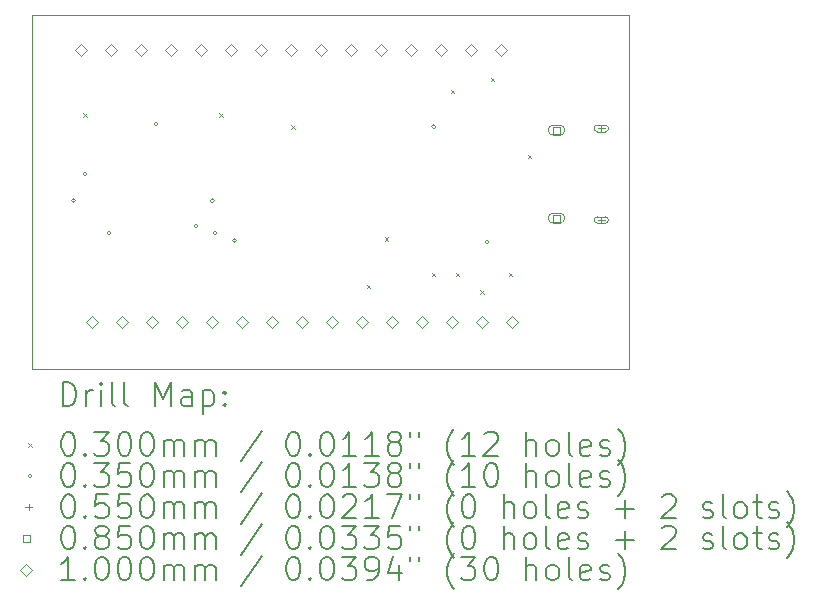
<source format=gbr>
%TF.GenerationSoftware,KiCad,Pcbnew,8.0.7*%
%TF.CreationDate,2024-12-20T19:08:50+02:00*%
%TF.ProjectId,STM32TrialPcb,53544d33-3254-4726-9961-6c5063622e6b,rev?*%
%TF.SameCoordinates,Original*%
%TF.FileFunction,Drillmap*%
%TF.FilePolarity,Positive*%
%FSLAX45Y45*%
G04 Gerber Fmt 4.5, Leading zero omitted, Abs format (unit mm)*
G04 Created by KiCad (PCBNEW 8.0.7) date 2024-12-20 19:08:50*
%MOMM*%
%LPD*%
G01*
G04 APERTURE LIST*
%ADD10C,0.050000*%
%ADD11C,0.200000*%
%ADD12C,0.100000*%
G04 APERTURE END LIST*
D10*
X18050000Y-3350000D02*
X18050000Y-6350000D01*
X23100000Y-3350000D02*
X18050000Y-3350000D01*
X23100000Y-6350000D02*
X23100000Y-3350000D01*
X18050000Y-6350000D02*
X23100000Y-6350000D01*
D11*
D12*
X18485000Y-4185000D02*
X18515000Y-4215000D01*
X18515000Y-4185000D02*
X18485000Y-4215000D01*
X19635000Y-4185000D02*
X19665000Y-4215000D01*
X19665000Y-4185000D02*
X19635000Y-4215000D01*
X20245500Y-4287000D02*
X20275500Y-4317000D01*
X20275500Y-4287000D02*
X20245500Y-4317000D01*
X20885000Y-5635000D02*
X20915000Y-5665000D01*
X20915000Y-5635000D02*
X20885000Y-5665000D01*
X21035000Y-5235000D02*
X21065000Y-5265000D01*
X21065000Y-5235000D02*
X21035000Y-5265000D01*
X21435000Y-5535000D02*
X21465000Y-5565000D01*
X21465000Y-5535000D02*
X21435000Y-5565000D01*
X21595000Y-3985000D02*
X21625000Y-4015000D01*
X21625000Y-3985000D02*
X21595000Y-4015000D01*
X21635000Y-5535000D02*
X21665000Y-5565000D01*
X21665000Y-5535000D02*
X21635000Y-5565000D01*
X21845000Y-5685000D02*
X21875000Y-5715000D01*
X21875000Y-5685000D02*
X21845000Y-5715000D01*
X21935000Y-3885000D02*
X21965000Y-3915000D01*
X21965000Y-3885000D02*
X21935000Y-3915000D01*
X22085000Y-5535000D02*
X22115000Y-5565000D01*
X22115000Y-5535000D02*
X22085000Y-5565000D01*
X22245000Y-4535000D02*
X22275000Y-4565000D01*
X22275000Y-4535000D02*
X22245000Y-4565000D01*
X18417500Y-4925000D02*
G75*
G02*
X18382500Y-4925000I-17500J0D01*
G01*
X18382500Y-4925000D02*
G75*
G02*
X18417500Y-4925000I17500J0D01*
G01*
X18517500Y-4700000D02*
G75*
G02*
X18482500Y-4700000I-17500J0D01*
G01*
X18482500Y-4700000D02*
G75*
G02*
X18517500Y-4700000I17500J0D01*
G01*
X18717500Y-5200000D02*
G75*
G02*
X18682500Y-5200000I-17500J0D01*
G01*
X18682500Y-5200000D02*
G75*
G02*
X18717500Y-5200000I17500J0D01*
G01*
X19117500Y-4275000D02*
G75*
G02*
X19082500Y-4275000I-17500J0D01*
G01*
X19082500Y-4275000D02*
G75*
G02*
X19117500Y-4275000I17500J0D01*
G01*
X19456750Y-5141250D02*
G75*
G02*
X19421750Y-5141250I-17500J0D01*
G01*
X19421750Y-5141250D02*
G75*
G02*
X19456750Y-5141250I17500J0D01*
G01*
X19592500Y-4925000D02*
G75*
G02*
X19557500Y-4925000I-17500J0D01*
G01*
X19557500Y-4925000D02*
G75*
G02*
X19592500Y-4925000I17500J0D01*
G01*
X19617500Y-5200000D02*
G75*
G02*
X19582500Y-5200000I-17500J0D01*
G01*
X19582500Y-5200000D02*
G75*
G02*
X19617500Y-5200000I17500J0D01*
G01*
X19780000Y-5262500D02*
G75*
G02*
X19745000Y-5262500I-17500J0D01*
G01*
X19745000Y-5262500D02*
G75*
G02*
X19780000Y-5262500I17500J0D01*
G01*
X21467500Y-4300000D02*
G75*
G02*
X21432500Y-4300000I-17500J0D01*
G01*
X21432500Y-4300000D02*
G75*
G02*
X21467500Y-4300000I17500J0D01*
G01*
X21917500Y-5275000D02*
G75*
G02*
X21882500Y-5275000I-17500J0D01*
G01*
X21882500Y-5275000D02*
G75*
G02*
X21917500Y-5275000I17500J0D01*
G01*
X22869500Y-4285500D02*
X22869500Y-4340500D01*
X22842000Y-4313000D02*
X22897000Y-4313000D01*
X22837000Y-4340500D02*
X22902000Y-4340500D01*
X22902000Y-4285500D02*
G75*
G02*
X22902000Y-4340500I0J-27500D01*
G01*
X22902000Y-4285500D02*
X22837000Y-4285500D01*
X22837000Y-4285500D02*
G75*
G03*
X22837000Y-4340500I0J-27500D01*
G01*
X22869500Y-5060500D02*
X22869500Y-5115500D01*
X22842000Y-5088000D02*
X22897000Y-5088000D01*
X22837000Y-5115500D02*
X22902000Y-5115500D01*
X22902000Y-5060500D02*
G75*
G02*
X22902000Y-5115500I0J-27500D01*
G01*
X22902000Y-5060500D02*
X22837000Y-5060500D01*
X22837000Y-5060500D02*
G75*
G03*
X22837000Y-5115500I0J-27500D01*
G01*
X22519552Y-4358052D02*
X22519552Y-4297948D01*
X22459448Y-4297948D01*
X22459448Y-4358052D01*
X22519552Y-4358052D01*
X22462000Y-4370500D02*
X22517000Y-4370500D01*
X22517000Y-4285500D02*
G75*
G02*
X22517000Y-4370500I0J-42500D01*
G01*
X22517000Y-4285500D02*
X22462000Y-4285500D01*
X22462000Y-4285500D02*
G75*
G03*
X22462000Y-4370500I0J-42500D01*
G01*
X22519552Y-5103052D02*
X22519552Y-5042948D01*
X22459448Y-5042948D01*
X22459448Y-5103052D01*
X22519552Y-5103052D01*
X22462000Y-5115500D02*
X22517000Y-5115500D01*
X22517000Y-5030500D02*
G75*
G02*
X22517000Y-5115500I0J-42500D01*
G01*
X22517000Y-5030500D02*
X22462000Y-5030500D01*
X22462000Y-5030500D02*
G75*
G03*
X22462000Y-5115500I0J-42500D01*
G01*
X18464000Y-3700000D02*
X18514000Y-3650000D01*
X18464000Y-3600000D01*
X18414000Y-3650000D01*
X18464000Y-3700000D01*
X18556000Y-6000000D02*
X18606000Y-5950000D01*
X18556000Y-5900000D01*
X18506000Y-5950000D01*
X18556000Y-6000000D01*
X18718000Y-3700000D02*
X18768000Y-3650000D01*
X18718000Y-3600000D01*
X18668000Y-3650000D01*
X18718000Y-3700000D01*
X18810000Y-6000000D02*
X18860000Y-5950000D01*
X18810000Y-5900000D01*
X18760000Y-5950000D01*
X18810000Y-6000000D01*
X18972000Y-3700000D02*
X19022000Y-3650000D01*
X18972000Y-3600000D01*
X18922000Y-3650000D01*
X18972000Y-3700000D01*
X19064000Y-6000000D02*
X19114000Y-5950000D01*
X19064000Y-5900000D01*
X19014000Y-5950000D01*
X19064000Y-6000000D01*
X19226000Y-3700000D02*
X19276000Y-3650000D01*
X19226000Y-3600000D01*
X19176000Y-3650000D01*
X19226000Y-3700000D01*
X19318000Y-6000000D02*
X19368000Y-5950000D01*
X19318000Y-5900000D01*
X19268000Y-5950000D01*
X19318000Y-6000000D01*
X19480000Y-3700000D02*
X19530000Y-3650000D01*
X19480000Y-3600000D01*
X19430000Y-3650000D01*
X19480000Y-3700000D01*
X19572000Y-6000000D02*
X19622000Y-5950000D01*
X19572000Y-5900000D01*
X19522000Y-5950000D01*
X19572000Y-6000000D01*
X19734000Y-3700000D02*
X19784000Y-3650000D01*
X19734000Y-3600000D01*
X19684000Y-3650000D01*
X19734000Y-3700000D01*
X19826000Y-6000000D02*
X19876000Y-5950000D01*
X19826000Y-5900000D01*
X19776000Y-5950000D01*
X19826000Y-6000000D01*
X19988000Y-3700000D02*
X20038000Y-3650000D01*
X19988000Y-3600000D01*
X19938000Y-3650000D01*
X19988000Y-3700000D01*
X20080000Y-6000000D02*
X20130000Y-5950000D01*
X20080000Y-5900000D01*
X20030000Y-5950000D01*
X20080000Y-6000000D01*
X20242000Y-3700000D02*
X20292000Y-3650000D01*
X20242000Y-3600000D01*
X20192000Y-3650000D01*
X20242000Y-3700000D01*
X20334000Y-6000000D02*
X20384000Y-5950000D01*
X20334000Y-5900000D01*
X20284000Y-5950000D01*
X20334000Y-6000000D01*
X20496000Y-3700000D02*
X20546000Y-3650000D01*
X20496000Y-3600000D01*
X20446000Y-3650000D01*
X20496000Y-3700000D01*
X20588000Y-6000000D02*
X20638000Y-5950000D01*
X20588000Y-5900000D01*
X20538000Y-5950000D01*
X20588000Y-6000000D01*
X20750000Y-3700000D02*
X20800000Y-3650000D01*
X20750000Y-3600000D01*
X20700000Y-3650000D01*
X20750000Y-3700000D01*
X20842000Y-6000000D02*
X20892000Y-5950000D01*
X20842000Y-5900000D01*
X20792000Y-5950000D01*
X20842000Y-6000000D01*
X21004000Y-3700000D02*
X21054000Y-3650000D01*
X21004000Y-3600000D01*
X20954000Y-3650000D01*
X21004000Y-3700000D01*
X21096000Y-6000000D02*
X21146000Y-5950000D01*
X21096000Y-5900000D01*
X21046000Y-5950000D01*
X21096000Y-6000000D01*
X21258000Y-3700000D02*
X21308000Y-3650000D01*
X21258000Y-3600000D01*
X21208000Y-3650000D01*
X21258000Y-3700000D01*
X21350000Y-6000000D02*
X21400000Y-5950000D01*
X21350000Y-5900000D01*
X21300000Y-5950000D01*
X21350000Y-6000000D01*
X21512000Y-3700000D02*
X21562000Y-3650000D01*
X21512000Y-3600000D01*
X21462000Y-3650000D01*
X21512000Y-3700000D01*
X21604000Y-6000000D02*
X21654000Y-5950000D01*
X21604000Y-5900000D01*
X21554000Y-5950000D01*
X21604000Y-6000000D01*
X21766000Y-3700000D02*
X21816000Y-3650000D01*
X21766000Y-3600000D01*
X21716000Y-3650000D01*
X21766000Y-3700000D01*
X21858000Y-6000000D02*
X21908000Y-5950000D01*
X21858000Y-5900000D01*
X21808000Y-5950000D01*
X21858000Y-6000000D01*
X22020000Y-3700000D02*
X22070000Y-3650000D01*
X22020000Y-3600000D01*
X21970000Y-3650000D01*
X22020000Y-3700000D01*
X22112000Y-6000000D02*
X22162000Y-5950000D01*
X22112000Y-5900000D01*
X22062000Y-5950000D01*
X22112000Y-6000000D01*
D11*
X18308277Y-6663984D02*
X18308277Y-6463984D01*
X18308277Y-6463984D02*
X18355896Y-6463984D01*
X18355896Y-6463984D02*
X18384467Y-6473508D01*
X18384467Y-6473508D02*
X18403515Y-6492555D01*
X18403515Y-6492555D02*
X18413039Y-6511603D01*
X18413039Y-6511603D02*
X18422563Y-6549698D01*
X18422563Y-6549698D02*
X18422563Y-6578269D01*
X18422563Y-6578269D02*
X18413039Y-6616365D01*
X18413039Y-6616365D02*
X18403515Y-6635412D01*
X18403515Y-6635412D02*
X18384467Y-6654460D01*
X18384467Y-6654460D02*
X18355896Y-6663984D01*
X18355896Y-6663984D02*
X18308277Y-6663984D01*
X18508277Y-6663984D02*
X18508277Y-6530650D01*
X18508277Y-6568746D02*
X18517801Y-6549698D01*
X18517801Y-6549698D02*
X18527324Y-6540174D01*
X18527324Y-6540174D02*
X18546372Y-6530650D01*
X18546372Y-6530650D02*
X18565420Y-6530650D01*
X18632086Y-6663984D02*
X18632086Y-6530650D01*
X18632086Y-6463984D02*
X18622563Y-6473508D01*
X18622563Y-6473508D02*
X18632086Y-6483031D01*
X18632086Y-6483031D02*
X18641610Y-6473508D01*
X18641610Y-6473508D02*
X18632086Y-6463984D01*
X18632086Y-6463984D02*
X18632086Y-6483031D01*
X18755896Y-6663984D02*
X18736848Y-6654460D01*
X18736848Y-6654460D02*
X18727324Y-6635412D01*
X18727324Y-6635412D02*
X18727324Y-6463984D01*
X18860658Y-6663984D02*
X18841610Y-6654460D01*
X18841610Y-6654460D02*
X18832086Y-6635412D01*
X18832086Y-6635412D02*
X18832086Y-6463984D01*
X19089229Y-6663984D02*
X19089229Y-6463984D01*
X19089229Y-6463984D02*
X19155896Y-6606841D01*
X19155896Y-6606841D02*
X19222563Y-6463984D01*
X19222563Y-6463984D02*
X19222563Y-6663984D01*
X19403515Y-6663984D02*
X19403515Y-6559222D01*
X19403515Y-6559222D02*
X19393991Y-6540174D01*
X19393991Y-6540174D02*
X19374944Y-6530650D01*
X19374944Y-6530650D02*
X19336848Y-6530650D01*
X19336848Y-6530650D02*
X19317801Y-6540174D01*
X19403515Y-6654460D02*
X19384467Y-6663984D01*
X19384467Y-6663984D02*
X19336848Y-6663984D01*
X19336848Y-6663984D02*
X19317801Y-6654460D01*
X19317801Y-6654460D02*
X19308277Y-6635412D01*
X19308277Y-6635412D02*
X19308277Y-6616365D01*
X19308277Y-6616365D02*
X19317801Y-6597317D01*
X19317801Y-6597317D02*
X19336848Y-6587793D01*
X19336848Y-6587793D02*
X19384467Y-6587793D01*
X19384467Y-6587793D02*
X19403515Y-6578269D01*
X19498753Y-6530650D02*
X19498753Y-6730650D01*
X19498753Y-6540174D02*
X19517801Y-6530650D01*
X19517801Y-6530650D02*
X19555896Y-6530650D01*
X19555896Y-6530650D02*
X19574944Y-6540174D01*
X19574944Y-6540174D02*
X19584467Y-6549698D01*
X19584467Y-6549698D02*
X19593991Y-6568746D01*
X19593991Y-6568746D02*
X19593991Y-6625888D01*
X19593991Y-6625888D02*
X19584467Y-6644936D01*
X19584467Y-6644936D02*
X19574944Y-6654460D01*
X19574944Y-6654460D02*
X19555896Y-6663984D01*
X19555896Y-6663984D02*
X19517801Y-6663984D01*
X19517801Y-6663984D02*
X19498753Y-6654460D01*
X19679705Y-6644936D02*
X19689229Y-6654460D01*
X19689229Y-6654460D02*
X19679705Y-6663984D01*
X19679705Y-6663984D02*
X19670182Y-6654460D01*
X19670182Y-6654460D02*
X19679705Y-6644936D01*
X19679705Y-6644936D02*
X19679705Y-6663984D01*
X19679705Y-6540174D02*
X19689229Y-6549698D01*
X19689229Y-6549698D02*
X19679705Y-6559222D01*
X19679705Y-6559222D02*
X19670182Y-6549698D01*
X19670182Y-6549698D02*
X19679705Y-6540174D01*
X19679705Y-6540174D02*
X19679705Y-6559222D01*
D12*
X18017500Y-6977500D02*
X18047500Y-7007500D01*
X18047500Y-6977500D02*
X18017500Y-7007500D01*
D11*
X18346372Y-6883984D02*
X18365420Y-6883984D01*
X18365420Y-6883984D02*
X18384467Y-6893508D01*
X18384467Y-6893508D02*
X18393991Y-6903031D01*
X18393991Y-6903031D02*
X18403515Y-6922079D01*
X18403515Y-6922079D02*
X18413039Y-6960174D01*
X18413039Y-6960174D02*
X18413039Y-7007793D01*
X18413039Y-7007793D02*
X18403515Y-7045888D01*
X18403515Y-7045888D02*
X18393991Y-7064936D01*
X18393991Y-7064936D02*
X18384467Y-7074460D01*
X18384467Y-7074460D02*
X18365420Y-7083984D01*
X18365420Y-7083984D02*
X18346372Y-7083984D01*
X18346372Y-7083984D02*
X18327324Y-7074460D01*
X18327324Y-7074460D02*
X18317801Y-7064936D01*
X18317801Y-7064936D02*
X18308277Y-7045888D01*
X18308277Y-7045888D02*
X18298753Y-7007793D01*
X18298753Y-7007793D02*
X18298753Y-6960174D01*
X18298753Y-6960174D02*
X18308277Y-6922079D01*
X18308277Y-6922079D02*
X18317801Y-6903031D01*
X18317801Y-6903031D02*
X18327324Y-6893508D01*
X18327324Y-6893508D02*
X18346372Y-6883984D01*
X18498753Y-7064936D02*
X18508277Y-7074460D01*
X18508277Y-7074460D02*
X18498753Y-7083984D01*
X18498753Y-7083984D02*
X18489229Y-7074460D01*
X18489229Y-7074460D02*
X18498753Y-7064936D01*
X18498753Y-7064936D02*
X18498753Y-7083984D01*
X18574944Y-6883984D02*
X18698753Y-6883984D01*
X18698753Y-6883984D02*
X18632086Y-6960174D01*
X18632086Y-6960174D02*
X18660658Y-6960174D01*
X18660658Y-6960174D02*
X18679705Y-6969698D01*
X18679705Y-6969698D02*
X18689229Y-6979222D01*
X18689229Y-6979222D02*
X18698753Y-6998269D01*
X18698753Y-6998269D02*
X18698753Y-7045888D01*
X18698753Y-7045888D02*
X18689229Y-7064936D01*
X18689229Y-7064936D02*
X18679705Y-7074460D01*
X18679705Y-7074460D02*
X18660658Y-7083984D01*
X18660658Y-7083984D02*
X18603515Y-7083984D01*
X18603515Y-7083984D02*
X18584467Y-7074460D01*
X18584467Y-7074460D02*
X18574944Y-7064936D01*
X18822563Y-6883984D02*
X18841610Y-6883984D01*
X18841610Y-6883984D02*
X18860658Y-6893508D01*
X18860658Y-6893508D02*
X18870182Y-6903031D01*
X18870182Y-6903031D02*
X18879705Y-6922079D01*
X18879705Y-6922079D02*
X18889229Y-6960174D01*
X18889229Y-6960174D02*
X18889229Y-7007793D01*
X18889229Y-7007793D02*
X18879705Y-7045888D01*
X18879705Y-7045888D02*
X18870182Y-7064936D01*
X18870182Y-7064936D02*
X18860658Y-7074460D01*
X18860658Y-7074460D02*
X18841610Y-7083984D01*
X18841610Y-7083984D02*
X18822563Y-7083984D01*
X18822563Y-7083984D02*
X18803515Y-7074460D01*
X18803515Y-7074460D02*
X18793991Y-7064936D01*
X18793991Y-7064936D02*
X18784467Y-7045888D01*
X18784467Y-7045888D02*
X18774944Y-7007793D01*
X18774944Y-7007793D02*
X18774944Y-6960174D01*
X18774944Y-6960174D02*
X18784467Y-6922079D01*
X18784467Y-6922079D02*
X18793991Y-6903031D01*
X18793991Y-6903031D02*
X18803515Y-6893508D01*
X18803515Y-6893508D02*
X18822563Y-6883984D01*
X19013039Y-6883984D02*
X19032086Y-6883984D01*
X19032086Y-6883984D02*
X19051134Y-6893508D01*
X19051134Y-6893508D02*
X19060658Y-6903031D01*
X19060658Y-6903031D02*
X19070182Y-6922079D01*
X19070182Y-6922079D02*
X19079705Y-6960174D01*
X19079705Y-6960174D02*
X19079705Y-7007793D01*
X19079705Y-7007793D02*
X19070182Y-7045888D01*
X19070182Y-7045888D02*
X19060658Y-7064936D01*
X19060658Y-7064936D02*
X19051134Y-7074460D01*
X19051134Y-7074460D02*
X19032086Y-7083984D01*
X19032086Y-7083984D02*
X19013039Y-7083984D01*
X19013039Y-7083984D02*
X18993991Y-7074460D01*
X18993991Y-7074460D02*
X18984467Y-7064936D01*
X18984467Y-7064936D02*
X18974944Y-7045888D01*
X18974944Y-7045888D02*
X18965420Y-7007793D01*
X18965420Y-7007793D02*
X18965420Y-6960174D01*
X18965420Y-6960174D02*
X18974944Y-6922079D01*
X18974944Y-6922079D02*
X18984467Y-6903031D01*
X18984467Y-6903031D02*
X18993991Y-6893508D01*
X18993991Y-6893508D02*
X19013039Y-6883984D01*
X19165420Y-7083984D02*
X19165420Y-6950650D01*
X19165420Y-6969698D02*
X19174944Y-6960174D01*
X19174944Y-6960174D02*
X19193991Y-6950650D01*
X19193991Y-6950650D02*
X19222563Y-6950650D01*
X19222563Y-6950650D02*
X19241610Y-6960174D01*
X19241610Y-6960174D02*
X19251134Y-6979222D01*
X19251134Y-6979222D02*
X19251134Y-7083984D01*
X19251134Y-6979222D02*
X19260658Y-6960174D01*
X19260658Y-6960174D02*
X19279705Y-6950650D01*
X19279705Y-6950650D02*
X19308277Y-6950650D01*
X19308277Y-6950650D02*
X19327325Y-6960174D01*
X19327325Y-6960174D02*
X19336848Y-6979222D01*
X19336848Y-6979222D02*
X19336848Y-7083984D01*
X19432086Y-7083984D02*
X19432086Y-6950650D01*
X19432086Y-6969698D02*
X19441610Y-6960174D01*
X19441610Y-6960174D02*
X19460658Y-6950650D01*
X19460658Y-6950650D02*
X19489229Y-6950650D01*
X19489229Y-6950650D02*
X19508277Y-6960174D01*
X19508277Y-6960174D02*
X19517801Y-6979222D01*
X19517801Y-6979222D02*
X19517801Y-7083984D01*
X19517801Y-6979222D02*
X19527325Y-6960174D01*
X19527325Y-6960174D02*
X19546372Y-6950650D01*
X19546372Y-6950650D02*
X19574944Y-6950650D01*
X19574944Y-6950650D02*
X19593991Y-6960174D01*
X19593991Y-6960174D02*
X19603515Y-6979222D01*
X19603515Y-6979222D02*
X19603515Y-7083984D01*
X19993991Y-6874460D02*
X19822563Y-7131603D01*
X20251134Y-6883984D02*
X20270182Y-6883984D01*
X20270182Y-6883984D02*
X20289229Y-6893508D01*
X20289229Y-6893508D02*
X20298753Y-6903031D01*
X20298753Y-6903031D02*
X20308277Y-6922079D01*
X20308277Y-6922079D02*
X20317801Y-6960174D01*
X20317801Y-6960174D02*
X20317801Y-7007793D01*
X20317801Y-7007793D02*
X20308277Y-7045888D01*
X20308277Y-7045888D02*
X20298753Y-7064936D01*
X20298753Y-7064936D02*
X20289229Y-7074460D01*
X20289229Y-7074460D02*
X20270182Y-7083984D01*
X20270182Y-7083984D02*
X20251134Y-7083984D01*
X20251134Y-7083984D02*
X20232087Y-7074460D01*
X20232087Y-7074460D02*
X20222563Y-7064936D01*
X20222563Y-7064936D02*
X20213039Y-7045888D01*
X20213039Y-7045888D02*
X20203515Y-7007793D01*
X20203515Y-7007793D02*
X20203515Y-6960174D01*
X20203515Y-6960174D02*
X20213039Y-6922079D01*
X20213039Y-6922079D02*
X20222563Y-6903031D01*
X20222563Y-6903031D02*
X20232087Y-6893508D01*
X20232087Y-6893508D02*
X20251134Y-6883984D01*
X20403515Y-7064936D02*
X20413039Y-7074460D01*
X20413039Y-7074460D02*
X20403515Y-7083984D01*
X20403515Y-7083984D02*
X20393991Y-7074460D01*
X20393991Y-7074460D02*
X20403515Y-7064936D01*
X20403515Y-7064936D02*
X20403515Y-7083984D01*
X20536848Y-6883984D02*
X20555896Y-6883984D01*
X20555896Y-6883984D02*
X20574944Y-6893508D01*
X20574944Y-6893508D02*
X20584468Y-6903031D01*
X20584468Y-6903031D02*
X20593991Y-6922079D01*
X20593991Y-6922079D02*
X20603515Y-6960174D01*
X20603515Y-6960174D02*
X20603515Y-7007793D01*
X20603515Y-7007793D02*
X20593991Y-7045888D01*
X20593991Y-7045888D02*
X20584468Y-7064936D01*
X20584468Y-7064936D02*
X20574944Y-7074460D01*
X20574944Y-7074460D02*
X20555896Y-7083984D01*
X20555896Y-7083984D02*
X20536848Y-7083984D01*
X20536848Y-7083984D02*
X20517801Y-7074460D01*
X20517801Y-7074460D02*
X20508277Y-7064936D01*
X20508277Y-7064936D02*
X20498753Y-7045888D01*
X20498753Y-7045888D02*
X20489229Y-7007793D01*
X20489229Y-7007793D02*
X20489229Y-6960174D01*
X20489229Y-6960174D02*
X20498753Y-6922079D01*
X20498753Y-6922079D02*
X20508277Y-6903031D01*
X20508277Y-6903031D02*
X20517801Y-6893508D01*
X20517801Y-6893508D02*
X20536848Y-6883984D01*
X20793991Y-7083984D02*
X20679706Y-7083984D01*
X20736848Y-7083984D02*
X20736848Y-6883984D01*
X20736848Y-6883984D02*
X20717801Y-6912555D01*
X20717801Y-6912555D02*
X20698753Y-6931603D01*
X20698753Y-6931603D02*
X20679706Y-6941127D01*
X20984468Y-7083984D02*
X20870182Y-7083984D01*
X20927325Y-7083984D02*
X20927325Y-6883984D01*
X20927325Y-6883984D02*
X20908277Y-6912555D01*
X20908277Y-6912555D02*
X20889229Y-6931603D01*
X20889229Y-6931603D02*
X20870182Y-6941127D01*
X21098753Y-6969698D02*
X21079706Y-6960174D01*
X21079706Y-6960174D02*
X21070182Y-6950650D01*
X21070182Y-6950650D02*
X21060658Y-6931603D01*
X21060658Y-6931603D02*
X21060658Y-6922079D01*
X21060658Y-6922079D02*
X21070182Y-6903031D01*
X21070182Y-6903031D02*
X21079706Y-6893508D01*
X21079706Y-6893508D02*
X21098753Y-6883984D01*
X21098753Y-6883984D02*
X21136849Y-6883984D01*
X21136849Y-6883984D02*
X21155896Y-6893508D01*
X21155896Y-6893508D02*
X21165420Y-6903031D01*
X21165420Y-6903031D02*
X21174944Y-6922079D01*
X21174944Y-6922079D02*
X21174944Y-6931603D01*
X21174944Y-6931603D02*
X21165420Y-6950650D01*
X21165420Y-6950650D02*
X21155896Y-6960174D01*
X21155896Y-6960174D02*
X21136849Y-6969698D01*
X21136849Y-6969698D02*
X21098753Y-6969698D01*
X21098753Y-6969698D02*
X21079706Y-6979222D01*
X21079706Y-6979222D02*
X21070182Y-6988746D01*
X21070182Y-6988746D02*
X21060658Y-7007793D01*
X21060658Y-7007793D02*
X21060658Y-7045888D01*
X21060658Y-7045888D02*
X21070182Y-7064936D01*
X21070182Y-7064936D02*
X21079706Y-7074460D01*
X21079706Y-7074460D02*
X21098753Y-7083984D01*
X21098753Y-7083984D02*
X21136849Y-7083984D01*
X21136849Y-7083984D02*
X21155896Y-7074460D01*
X21155896Y-7074460D02*
X21165420Y-7064936D01*
X21165420Y-7064936D02*
X21174944Y-7045888D01*
X21174944Y-7045888D02*
X21174944Y-7007793D01*
X21174944Y-7007793D02*
X21165420Y-6988746D01*
X21165420Y-6988746D02*
X21155896Y-6979222D01*
X21155896Y-6979222D02*
X21136849Y-6969698D01*
X21251134Y-6883984D02*
X21251134Y-6922079D01*
X21327325Y-6883984D02*
X21327325Y-6922079D01*
X21622563Y-7160174D02*
X21613039Y-7150650D01*
X21613039Y-7150650D02*
X21593991Y-7122079D01*
X21593991Y-7122079D02*
X21584468Y-7103031D01*
X21584468Y-7103031D02*
X21574944Y-7074460D01*
X21574944Y-7074460D02*
X21565420Y-7026841D01*
X21565420Y-7026841D02*
X21565420Y-6988746D01*
X21565420Y-6988746D02*
X21574944Y-6941127D01*
X21574944Y-6941127D02*
X21584468Y-6912555D01*
X21584468Y-6912555D02*
X21593991Y-6893508D01*
X21593991Y-6893508D02*
X21613039Y-6864936D01*
X21613039Y-6864936D02*
X21622563Y-6855412D01*
X21803515Y-7083984D02*
X21689230Y-7083984D01*
X21746372Y-7083984D02*
X21746372Y-6883984D01*
X21746372Y-6883984D02*
X21727325Y-6912555D01*
X21727325Y-6912555D02*
X21708277Y-6931603D01*
X21708277Y-6931603D02*
X21689230Y-6941127D01*
X21879706Y-6903031D02*
X21889230Y-6893508D01*
X21889230Y-6893508D02*
X21908277Y-6883984D01*
X21908277Y-6883984D02*
X21955896Y-6883984D01*
X21955896Y-6883984D02*
X21974944Y-6893508D01*
X21974944Y-6893508D02*
X21984468Y-6903031D01*
X21984468Y-6903031D02*
X21993991Y-6922079D01*
X21993991Y-6922079D02*
X21993991Y-6941127D01*
X21993991Y-6941127D02*
X21984468Y-6969698D01*
X21984468Y-6969698D02*
X21870182Y-7083984D01*
X21870182Y-7083984D02*
X21993991Y-7083984D01*
X22232087Y-7083984D02*
X22232087Y-6883984D01*
X22317801Y-7083984D02*
X22317801Y-6979222D01*
X22317801Y-6979222D02*
X22308277Y-6960174D01*
X22308277Y-6960174D02*
X22289230Y-6950650D01*
X22289230Y-6950650D02*
X22260658Y-6950650D01*
X22260658Y-6950650D02*
X22241611Y-6960174D01*
X22241611Y-6960174D02*
X22232087Y-6969698D01*
X22441610Y-7083984D02*
X22422563Y-7074460D01*
X22422563Y-7074460D02*
X22413039Y-7064936D01*
X22413039Y-7064936D02*
X22403515Y-7045888D01*
X22403515Y-7045888D02*
X22403515Y-6988746D01*
X22403515Y-6988746D02*
X22413039Y-6969698D01*
X22413039Y-6969698D02*
X22422563Y-6960174D01*
X22422563Y-6960174D02*
X22441610Y-6950650D01*
X22441610Y-6950650D02*
X22470182Y-6950650D01*
X22470182Y-6950650D02*
X22489230Y-6960174D01*
X22489230Y-6960174D02*
X22498753Y-6969698D01*
X22498753Y-6969698D02*
X22508277Y-6988746D01*
X22508277Y-6988746D02*
X22508277Y-7045888D01*
X22508277Y-7045888D02*
X22498753Y-7064936D01*
X22498753Y-7064936D02*
X22489230Y-7074460D01*
X22489230Y-7074460D02*
X22470182Y-7083984D01*
X22470182Y-7083984D02*
X22441610Y-7083984D01*
X22622563Y-7083984D02*
X22603515Y-7074460D01*
X22603515Y-7074460D02*
X22593991Y-7055412D01*
X22593991Y-7055412D02*
X22593991Y-6883984D01*
X22774944Y-7074460D02*
X22755896Y-7083984D01*
X22755896Y-7083984D02*
X22717801Y-7083984D01*
X22717801Y-7083984D02*
X22698753Y-7074460D01*
X22698753Y-7074460D02*
X22689230Y-7055412D01*
X22689230Y-7055412D02*
X22689230Y-6979222D01*
X22689230Y-6979222D02*
X22698753Y-6960174D01*
X22698753Y-6960174D02*
X22717801Y-6950650D01*
X22717801Y-6950650D02*
X22755896Y-6950650D01*
X22755896Y-6950650D02*
X22774944Y-6960174D01*
X22774944Y-6960174D02*
X22784468Y-6979222D01*
X22784468Y-6979222D02*
X22784468Y-6998269D01*
X22784468Y-6998269D02*
X22689230Y-7017317D01*
X22860658Y-7074460D02*
X22879706Y-7083984D01*
X22879706Y-7083984D02*
X22917801Y-7083984D01*
X22917801Y-7083984D02*
X22936849Y-7074460D01*
X22936849Y-7074460D02*
X22946372Y-7055412D01*
X22946372Y-7055412D02*
X22946372Y-7045888D01*
X22946372Y-7045888D02*
X22936849Y-7026841D01*
X22936849Y-7026841D02*
X22917801Y-7017317D01*
X22917801Y-7017317D02*
X22889230Y-7017317D01*
X22889230Y-7017317D02*
X22870182Y-7007793D01*
X22870182Y-7007793D02*
X22860658Y-6988746D01*
X22860658Y-6988746D02*
X22860658Y-6979222D01*
X22860658Y-6979222D02*
X22870182Y-6960174D01*
X22870182Y-6960174D02*
X22889230Y-6950650D01*
X22889230Y-6950650D02*
X22917801Y-6950650D01*
X22917801Y-6950650D02*
X22936849Y-6960174D01*
X23013039Y-7160174D02*
X23022563Y-7150650D01*
X23022563Y-7150650D02*
X23041611Y-7122079D01*
X23041611Y-7122079D02*
X23051134Y-7103031D01*
X23051134Y-7103031D02*
X23060658Y-7074460D01*
X23060658Y-7074460D02*
X23070182Y-7026841D01*
X23070182Y-7026841D02*
X23070182Y-6988746D01*
X23070182Y-6988746D02*
X23060658Y-6941127D01*
X23060658Y-6941127D02*
X23051134Y-6912555D01*
X23051134Y-6912555D02*
X23041611Y-6893508D01*
X23041611Y-6893508D02*
X23022563Y-6864936D01*
X23022563Y-6864936D02*
X23013039Y-6855412D01*
D12*
X18047500Y-7256500D02*
G75*
G02*
X18012500Y-7256500I-17500J0D01*
G01*
X18012500Y-7256500D02*
G75*
G02*
X18047500Y-7256500I17500J0D01*
G01*
D11*
X18346372Y-7147984D02*
X18365420Y-7147984D01*
X18365420Y-7147984D02*
X18384467Y-7157508D01*
X18384467Y-7157508D02*
X18393991Y-7167031D01*
X18393991Y-7167031D02*
X18403515Y-7186079D01*
X18403515Y-7186079D02*
X18413039Y-7224174D01*
X18413039Y-7224174D02*
X18413039Y-7271793D01*
X18413039Y-7271793D02*
X18403515Y-7309888D01*
X18403515Y-7309888D02*
X18393991Y-7328936D01*
X18393991Y-7328936D02*
X18384467Y-7338460D01*
X18384467Y-7338460D02*
X18365420Y-7347984D01*
X18365420Y-7347984D02*
X18346372Y-7347984D01*
X18346372Y-7347984D02*
X18327324Y-7338460D01*
X18327324Y-7338460D02*
X18317801Y-7328936D01*
X18317801Y-7328936D02*
X18308277Y-7309888D01*
X18308277Y-7309888D02*
X18298753Y-7271793D01*
X18298753Y-7271793D02*
X18298753Y-7224174D01*
X18298753Y-7224174D02*
X18308277Y-7186079D01*
X18308277Y-7186079D02*
X18317801Y-7167031D01*
X18317801Y-7167031D02*
X18327324Y-7157508D01*
X18327324Y-7157508D02*
X18346372Y-7147984D01*
X18498753Y-7328936D02*
X18508277Y-7338460D01*
X18508277Y-7338460D02*
X18498753Y-7347984D01*
X18498753Y-7347984D02*
X18489229Y-7338460D01*
X18489229Y-7338460D02*
X18498753Y-7328936D01*
X18498753Y-7328936D02*
X18498753Y-7347984D01*
X18574944Y-7147984D02*
X18698753Y-7147984D01*
X18698753Y-7147984D02*
X18632086Y-7224174D01*
X18632086Y-7224174D02*
X18660658Y-7224174D01*
X18660658Y-7224174D02*
X18679705Y-7233698D01*
X18679705Y-7233698D02*
X18689229Y-7243222D01*
X18689229Y-7243222D02*
X18698753Y-7262269D01*
X18698753Y-7262269D02*
X18698753Y-7309888D01*
X18698753Y-7309888D02*
X18689229Y-7328936D01*
X18689229Y-7328936D02*
X18679705Y-7338460D01*
X18679705Y-7338460D02*
X18660658Y-7347984D01*
X18660658Y-7347984D02*
X18603515Y-7347984D01*
X18603515Y-7347984D02*
X18584467Y-7338460D01*
X18584467Y-7338460D02*
X18574944Y-7328936D01*
X18879705Y-7147984D02*
X18784467Y-7147984D01*
X18784467Y-7147984D02*
X18774944Y-7243222D01*
X18774944Y-7243222D02*
X18784467Y-7233698D01*
X18784467Y-7233698D02*
X18803515Y-7224174D01*
X18803515Y-7224174D02*
X18851134Y-7224174D01*
X18851134Y-7224174D02*
X18870182Y-7233698D01*
X18870182Y-7233698D02*
X18879705Y-7243222D01*
X18879705Y-7243222D02*
X18889229Y-7262269D01*
X18889229Y-7262269D02*
X18889229Y-7309888D01*
X18889229Y-7309888D02*
X18879705Y-7328936D01*
X18879705Y-7328936D02*
X18870182Y-7338460D01*
X18870182Y-7338460D02*
X18851134Y-7347984D01*
X18851134Y-7347984D02*
X18803515Y-7347984D01*
X18803515Y-7347984D02*
X18784467Y-7338460D01*
X18784467Y-7338460D02*
X18774944Y-7328936D01*
X19013039Y-7147984D02*
X19032086Y-7147984D01*
X19032086Y-7147984D02*
X19051134Y-7157508D01*
X19051134Y-7157508D02*
X19060658Y-7167031D01*
X19060658Y-7167031D02*
X19070182Y-7186079D01*
X19070182Y-7186079D02*
X19079705Y-7224174D01*
X19079705Y-7224174D02*
X19079705Y-7271793D01*
X19079705Y-7271793D02*
X19070182Y-7309888D01*
X19070182Y-7309888D02*
X19060658Y-7328936D01*
X19060658Y-7328936D02*
X19051134Y-7338460D01*
X19051134Y-7338460D02*
X19032086Y-7347984D01*
X19032086Y-7347984D02*
X19013039Y-7347984D01*
X19013039Y-7347984D02*
X18993991Y-7338460D01*
X18993991Y-7338460D02*
X18984467Y-7328936D01*
X18984467Y-7328936D02*
X18974944Y-7309888D01*
X18974944Y-7309888D02*
X18965420Y-7271793D01*
X18965420Y-7271793D02*
X18965420Y-7224174D01*
X18965420Y-7224174D02*
X18974944Y-7186079D01*
X18974944Y-7186079D02*
X18984467Y-7167031D01*
X18984467Y-7167031D02*
X18993991Y-7157508D01*
X18993991Y-7157508D02*
X19013039Y-7147984D01*
X19165420Y-7347984D02*
X19165420Y-7214650D01*
X19165420Y-7233698D02*
X19174944Y-7224174D01*
X19174944Y-7224174D02*
X19193991Y-7214650D01*
X19193991Y-7214650D02*
X19222563Y-7214650D01*
X19222563Y-7214650D02*
X19241610Y-7224174D01*
X19241610Y-7224174D02*
X19251134Y-7243222D01*
X19251134Y-7243222D02*
X19251134Y-7347984D01*
X19251134Y-7243222D02*
X19260658Y-7224174D01*
X19260658Y-7224174D02*
X19279705Y-7214650D01*
X19279705Y-7214650D02*
X19308277Y-7214650D01*
X19308277Y-7214650D02*
X19327325Y-7224174D01*
X19327325Y-7224174D02*
X19336848Y-7243222D01*
X19336848Y-7243222D02*
X19336848Y-7347984D01*
X19432086Y-7347984D02*
X19432086Y-7214650D01*
X19432086Y-7233698D02*
X19441610Y-7224174D01*
X19441610Y-7224174D02*
X19460658Y-7214650D01*
X19460658Y-7214650D02*
X19489229Y-7214650D01*
X19489229Y-7214650D02*
X19508277Y-7224174D01*
X19508277Y-7224174D02*
X19517801Y-7243222D01*
X19517801Y-7243222D02*
X19517801Y-7347984D01*
X19517801Y-7243222D02*
X19527325Y-7224174D01*
X19527325Y-7224174D02*
X19546372Y-7214650D01*
X19546372Y-7214650D02*
X19574944Y-7214650D01*
X19574944Y-7214650D02*
X19593991Y-7224174D01*
X19593991Y-7224174D02*
X19603515Y-7243222D01*
X19603515Y-7243222D02*
X19603515Y-7347984D01*
X19993991Y-7138460D02*
X19822563Y-7395603D01*
X20251134Y-7147984D02*
X20270182Y-7147984D01*
X20270182Y-7147984D02*
X20289229Y-7157508D01*
X20289229Y-7157508D02*
X20298753Y-7167031D01*
X20298753Y-7167031D02*
X20308277Y-7186079D01*
X20308277Y-7186079D02*
X20317801Y-7224174D01*
X20317801Y-7224174D02*
X20317801Y-7271793D01*
X20317801Y-7271793D02*
X20308277Y-7309888D01*
X20308277Y-7309888D02*
X20298753Y-7328936D01*
X20298753Y-7328936D02*
X20289229Y-7338460D01*
X20289229Y-7338460D02*
X20270182Y-7347984D01*
X20270182Y-7347984D02*
X20251134Y-7347984D01*
X20251134Y-7347984D02*
X20232087Y-7338460D01*
X20232087Y-7338460D02*
X20222563Y-7328936D01*
X20222563Y-7328936D02*
X20213039Y-7309888D01*
X20213039Y-7309888D02*
X20203515Y-7271793D01*
X20203515Y-7271793D02*
X20203515Y-7224174D01*
X20203515Y-7224174D02*
X20213039Y-7186079D01*
X20213039Y-7186079D02*
X20222563Y-7167031D01*
X20222563Y-7167031D02*
X20232087Y-7157508D01*
X20232087Y-7157508D02*
X20251134Y-7147984D01*
X20403515Y-7328936D02*
X20413039Y-7338460D01*
X20413039Y-7338460D02*
X20403515Y-7347984D01*
X20403515Y-7347984D02*
X20393991Y-7338460D01*
X20393991Y-7338460D02*
X20403515Y-7328936D01*
X20403515Y-7328936D02*
X20403515Y-7347984D01*
X20536848Y-7147984D02*
X20555896Y-7147984D01*
X20555896Y-7147984D02*
X20574944Y-7157508D01*
X20574944Y-7157508D02*
X20584468Y-7167031D01*
X20584468Y-7167031D02*
X20593991Y-7186079D01*
X20593991Y-7186079D02*
X20603515Y-7224174D01*
X20603515Y-7224174D02*
X20603515Y-7271793D01*
X20603515Y-7271793D02*
X20593991Y-7309888D01*
X20593991Y-7309888D02*
X20584468Y-7328936D01*
X20584468Y-7328936D02*
X20574944Y-7338460D01*
X20574944Y-7338460D02*
X20555896Y-7347984D01*
X20555896Y-7347984D02*
X20536848Y-7347984D01*
X20536848Y-7347984D02*
X20517801Y-7338460D01*
X20517801Y-7338460D02*
X20508277Y-7328936D01*
X20508277Y-7328936D02*
X20498753Y-7309888D01*
X20498753Y-7309888D02*
X20489229Y-7271793D01*
X20489229Y-7271793D02*
X20489229Y-7224174D01*
X20489229Y-7224174D02*
X20498753Y-7186079D01*
X20498753Y-7186079D02*
X20508277Y-7167031D01*
X20508277Y-7167031D02*
X20517801Y-7157508D01*
X20517801Y-7157508D02*
X20536848Y-7147984D01*
X20793991Y-7347984D02*
X20679706Y-7347984D01*
X20736848Y-7347984D02*
X20736848Y-7147984D01*
X20736848Y-7147984D02*
X20717801Y-7176555D01*
X20717801Y-7176555D02*
X20698753Y-7195603D01*
X20698753Y-7195603D02*
X20679706Y-7205127D01*
X20860658Y-7147984D02*
X20984468Y-7147984D01*
X20984468Y-7147984D02*
X20917801Y-7224174D01*
X20917801Y-7224174D02*
X20946372Y-7224174D01*
X20946372Y-7224174D02*
X20965420Y-7233698D01*
X20965420Y-7233698D02*
X20974944Y-7243222D01*
X20974944Y-7243222D02*
X20984468Y-7262269D01*
X20984468Y-7262269D02*
X20984468Y-7309888D01*
X20984468Y-7309888D02*
X20974944Y-7328936D01*
X20974944Y-7328936D02*
X20965420Y-7338460D01*
X20965420Y-7338460D02*
X20946372Y-7347984D01*
X20946372Y-7347984D02*
X20889229Y-7347984D01*
X20889229Y-7347984D02*
X20870182Y-7338460D01*
X20870182Y-7338460D02*
X20860658Y-7328936D01*
X21098753Y-7233698D02*
X21079706Y-7224174D01*
X21079706Y-7224174D02*
X21070182Y-7214650D01*
X21070182Y-7214650D02*
X21060658Y-7195603D01*
X21060658Y-7195603D02*
X21060658Y-7186079D01*
X21060658Y-7186079D02*
X21070182Y-7167031D01*
X21070182Y-7167031D02*
X21079706Y-7157508D01*
X21079706Y-7157508D02*
X21098753Y-7147984D01*
X21098753Y-7147984D02*
X21136849Y-7147984D01*
X21136849Y-7147984D02*
X21155896Y-7157508D01*
X21155896Y-7157508D02*
X21165420Y-7167031D01*
X21165420Y-7167031D02*
X21174944Y-7186079D01*
X21174944Y-7186079D02*
X21174944Y-7195603D01*
X21174944Y-7195603D02*
X21165420Y-7214650D01*
X21165420Y-7214650D02*
X21155896Y-7224174D01*
X21155896Y-7224174D02*
X21136849Y-7233698D01*
X21136849Y-7233698D02*
X21098753Y-7233698D01*
X21098753Y-7233698D02*
X21079706Y-7243222D01*
X21079706Y-7243222D02*
X21070182Y-7252746D01*
X21070182Y-7252746D02*
X21060658Y-7271793D01*
X21060658Y-7271793D02*
X21060658Y-7309888D01*
X21060658Y-7309888D02*
X21070182Y-7328936D01*
X21070182Y-7328936D02*
X21079706Y-7338460D01*
X21079706Y-7338460D02*
X21098753Y-7347984D01*
X21098753Y-7347984D02*
X21136849Y-7347984D01*
X21136849Y-7347984D02*
X21155896Y-7338460D01*
X21155896Y-7338460D02*
X21165420Y-7328936D01*
X21165420Y-7328936D02*
X21174944Y-7309888D01*
X21174944Y-7309888D02*
X21174944Y-7271793D01*
X21174944Y-7271793D02*
X21165420Y-7252746D01*
X21165420Y-7252746D02*
X21155896Y-7243222D01*
X21155896Y-7243222D02*
X21136849Y-7233698D01*
X21251134Y-7147984D02*
X21251134Y-7186079D01*
X21327325Y-7147984D02*
X21327325Y-7186079D01*
X21622563Y-7424174D02*
X21613039Y-7414650D01*
X21613039Y-7414650D02*
X21593991Y-7386079D01*
X21593991Y-7386079D02*
X21584468Y-7367031D01*
X21584468Y-7367031D02*
X21574944Y-7338460D01*
X21574944Y-7338460D02*
X21565420Y-7290841D01*
X21565420Y-7290841D02*
X21565420Y-7252746D01*
X21565420Y-7252746D02*
X21574944Y-7205127D01*
X21574944Y-7205127D02*
X21584468Y-7176555D01*
X21584468Y-7176555D02*
X21593991Y-7157508D01*
X21593991Y-7157508D02*
X21613039Y-7128936D01*
X21613039Y-7128936D02*
X21622563Y-7119412D01*
X21803515Y-7347984D02*
X21689230Y-7347984D01*
X21746372Y-7347984D02*
X21746372Y-7147984D01*
X21746372Y-7147984D02*
X21727325Y-7176555D01*
X21727325Y-7176555D02*
X21708277Y-7195603D01*
X21708277Y-7195603D02*
X21689230Y-7205127D01*
X21927325Y-7147984D02*
X21946372Y-7147984D01*
X21946372Y-7147984D02*
X21965420Y-7157508D01*
X21965420Y-7157508D02*
X21974944Y-7167031D01*
X21974944Y-7167031D02*
X21984468Y-7186079D01*
X21984468Y-7186079D02*
X21993991Y-7224174D01*
X21993991Y-7224174D02*
X21993991Y-7271793D01*
X21993991Y-7271793D02*
X21984468Y-7309888D01*
X21984468Y-7309888D02*
X21974944Y-7328936D01*
X21974944Y-7328936D02*
X21965420Y-7338460D01*
X21965420Y-7338460D02*
X21946372Y-7347984D01*
X21946372Y-7347984D02*
X21927325Y-7347984D01*
X21927325Y-7347984D02*
X21908277Y-7338460D01*
X21908277Y-7338460D02*
X21898753Y-7328936D01*
X21898753Y-7328936D02*
X21889230Y-7309888D01*
X21889230Y-7309888D02*
X21879706Y-7271793D01*
X21879706Y-7271793D02*
X21879706Y-7224174D01*
X21879706Y-7224174D02*
X21889230Y-7186079D01*
X21889230Y-7186079D02*
X21898753Y-7167031D01*
X21898753Y-7167031D02*
X21908277Y-7157508D01*
X21908277Y-7157508D02*
X21927325Y-7147984D01*
X22232087Y-7347984D02*
X22232087Y-7147984D01*
X22317801Y-7347984D02*
X22317801Y-7243222D01*
X22317801Y-7243222D02*
X22308277Y-7224174D01*
X22308277Y-7224174D02*
X22289230Y-7214650D01*
X22289230Y-7214650D02*
X22260658Y-7214650D01*
X22260658Y-7214650D02*
X22241611Y-7224174D01*
X22241611Y-7224174D02*
X22232087Y-7233698D01*
X22441610Y-7347984D02*
X22422563Y-7338460D01*
X22422563Y-7338460D02*
X22413039Y-7328936D01*
X22413039Y-7328936D02*
X22403515Y-7309888D01*
X22403515Y-7309888D02*
X22403515Y-7252746D01*
X22403515Y-7252746D02*
X22413039Y-7233698D01*
X22413039Y-7233698D02*
X22422563Y-7224174D01*
X22422563Y-7224174D02*
X22441610Y-7214650D01*
X22441610Y-7214650D02*
X22470182Y-7214650D01*
X22470182Y-7214650D02*
X22489230Y-7224174D01*
X22489230Y-7224174D02*
X22498753Y-7233698D01*
X22498753Y-7233698D02*
X22508277Y-7252746D01*
X22508277Y-7252746D02*
X22508277Y-7309888D01*
X22508277Y-7309888D02*
X22498753Y-7328936D01*
X22498753Y-7328936D02*
X22489230Y-7338460D01*
X22489230Y-7338460D02*
X22470182Y-7347984D01*
X22470182Y-7347984D02*
X22441610Y-7347984D01*
X22622563Y-7347984D02*
X22603515Y-7338460D01*
X22603515Y-7338460D02*
X22593991Y-7319412D01*
X22593991Y-7319412D02*
X22593991Y-7147984D01*
X22774944Y-7338460D02*
X22755896Y-7347984D01*
X22755896Y-7347984D02*
X22717801Y-7347984D01*
X22717801Y-7347984D02*
X22698753Y-7338460D01*
X22698753Y-7338460D02*
X22689230Y-7319412D01*
X22689230Y-7319412D02*
X22689230Y-7243222D01*
X22689230Y-7243222D02*
X22698753Y-7224174D01*
X22698753Y-7224174D02*
X22717801Y-7214650D01*
X22717801Y-7214650D02*
X22755896Y-7214650D01*
X22755896Y-7214650D02*
X22774944Y-7224174D01*
X22774944Y-7224174D02*
X22784468Y-7243222D01*
X22784468Y-7243222D02*
X22784468Y-7262269D01*
X22784468Y-7262269D02*
X22689230Y-7281317D01*
X22860658Y-7338460D02*
X22879706Y-7347984D01*
X22879706Y-7347984D02*
X22917801Y-7347984D01*
X22917801Y-7347984D02*
X22936849Y-7338460D01*
X22936849Y-7338460D02*
X22946372Y-7319412D01*
X22946372Y-7319412D02*
X22946372Y-7309888D01*
X22946372Y-7309888D02*
X22936849Y-7290841D01*
X22936849Y-7290841D02*
X22917801Y-7281317D01*
X22917801Y-7281317D02*
X22889230Y-7281317D01*
X22889230Y-7281317D02*
X22870182Y-7271793D01*
X22870182Y-7271793D02*
X22860658Y-7252746D01*
X22860658Y-7252746D02*
X22860658Y-7243222D01*
X22860658Y-7243222D02*
X22870182Y-7224174D01*
X22870182Y-7224174D02*
X22889230Y-7214650D01*
X22889230Y-7214650D02*
X22917801Y-7214650D01*
X22917801Y-7214650D02*
X22936849Y-7224174D01*
X23013039Y-7424174D02*
X23022563Y-7414650D01*
X23022563Y-7414650D02*
X23041611Y-7386079D01*
X23041611Y-7386079D02*
X23051134Y-7367031D01*
X23051134Y-7367031D02*
X23060658Y-7338460D01*
X23060658Y-7338460D02*
X23070182Y-7290841D01*
X23070182Y-7290841D02*
X23070182Y-7252746D01*
X23070182Y-7252746D02*
X23060658Y-7205127D01*
X23060658Y-7205127D02*
X23051134Y-7176555D01*
X23051134Y-7176555D02*
X23041611Y-7157508D01*
X23041611Y-7157508D02*
X23022563Y-7128936D01*
X23022563Y-7128936D02*
X23013039Y-7119412D01*
D12*
X18020000Y-7493000D02*
X18020000Y-7548000D01*
X17992500Y-7520500D02*
X18047500Y-7520500D01*
D11*
X18346372Y-7411984D02*
X18365420Y-7411984D01*
X18365420Y-7411984D02*
X18384467Y-7421508D01*
X18384467Y-7421508D02*
X18393991Y-7431031D01*
X18393991Y-7431031D02*
X18403515Y-7450079D01*
X18403515Y-7450079D02*
X18413039Y-7488174D01*
X18413039Y-7488174D02*
X18413039Y-7535793D01*
X18413039Y-7535793D02*
X18403515Y-7573888D01*
X18403515Y-7573888D02*
X18393991Y-7592936D01*
X18393991Y-7592936D02*
X18384467Y-7602460D01*
X18384467Y-7602460D02*
X18365420Y-7611984D01*
X18365420Y-7611984D02*
X18346372Y-7611984D01*
X18346372Y-7611984D02*
X18327324Y-7602460D01*
X18327324Y-7602460D02*
X18317801Y-7592936D01*
X18317801Y-7592936D02*
X18308277Y-7573888D01*
X18308277Y-7573888D02*
X18298753Y-7535793D01*
X18298753Y-7535793D02*
X18298753Y-7488174D01*
X18298753Y-7488174D02*
X18308277Y-7450079D01*
X18308277Y-7450079D02*
X18317801Y-7431031D01*
X18317801Y-7431031D02*
X18327324Y-7421508D01*
X18327324Y-7421508D02*
X18346372Y-7411984D01*
X18498753Y-7592936D02*
X18508277Y-7602460D01*
X18508277Y-7602460D02*
X18498753Y-7611984D01*
X18498753Y-7611984D02*
X18489229Y-7602460D01*
X18489229Y-7602460D02*
X18498753Y-7592936D01*
X18498753Y-7592936D02*
X18498753Y-7611984D01*
X18689229Y-7411984D02*
X18593991Y-7411984D01*
X18593991Y-7411984D02*
X18584467Y-7507222D01*
X18584467Y-7507222D02*
X18593991Y-7497698D01*
X18593991Y-7497698D02*
X18613039Y-7488174D01*
X18613039Y-7488174D02*
X18660658Y-7488174D01*
X18660658Y-7488174D02*
X18679705Y-7497698D01*
X18679705Y-7497698D02*
X18689229Y-7507222D01*
X18689229Y-7507222D02*
X18698753Y-7526269D01*
X18698753Y-7526269D02*
X18698753Y-7573888D01*
X18698753Y-7573888D02*
X18689229Y-7592936D01*
X18689229Y-7592936D02*
X18679705Y-7602460D01*
X18679705Y-7602460D02*
X18660658Y-7611984D01*
X18660658Y-7611984D02*
X18613039Y-7611984D01*
X18613039Y-7611984D02*
X18593991Y-7602460D01*
X18593991Y-7602460D02*
X18584467Y-7592936D01*
X18879705Y-7411984D02*
X18784467Y-7411984D01*
X18784467Y-7411984D02*
X18774944Y-7507222D01*
X18774944Y-7507222D02*
X18784467Y-7497698D01*
X18784467Y-7497698D02*
X18803515Y-7488174D01*
X18803515Y-7488174D02*
X18851134Y-7488174D01*
X18851134Y-7488174D02*
X18870182Y-7497698D01*
X18870182Y-7497698D02*
X18879705Y-7507222D01*
X18879705Y-7507222D02*
X18889229Y-7526269D01*
X18889229Y-7526269D02*
X18889229Y-7573888D01*
X18889229Y-7573888D02*
X18879705Y-7592936D01*
X18879705Y-7592936D02*
X18870182Y-7602460D01*
X18870182Y-7602460D02*
X18851134Y-7611984D01*
X18851134Y-7611984D02*
X18803515Y-7611984D01*
X18803515Y-7611984D02*
X18784467Y-7602460D01*
X18784467Y-7602460D02*
X18774944Y-7592936D01*
X19013039Y-7411984D02*
X19032086Y-7411984D01*
X19032086Y-7411984D02*
X19051134Y-7421508D01*
X19051134Y-7421508D02*
X19060658Y-7431031D01*
X19060658Y-7431031D02*
X19070182Y-7450079D01*
X19070182Y-7450079D02*
X19079705Y-7488174D01*
X19079705Y-7488174D02*
X19079705Y-7535793D01*
X19079705Y-7535793D02*
X19070182Y-7573888D01*
X19070182Y-7573888D02*
X19060658Y-7592936D01*
X19060658Y-7592936D02*
X19051134Y-7602460D01*
X19051134Y-7602460D02*
X19032086Y-7611984D01*
X19032086Y-7611984D02*
X19013039Y-7611984D01*
X19013039Y-7611984D02*
X18993991Y-7602460D01*
X18993991Y-7602460D02*
X18984467Y-7592936D01*
X18984467Y-7592936D02*
X18974944Y-7573888D01*
X18974944Y-7573888D02*
X18965420Y-7535793D01*
X18965420Y-7535793D02*
X18965420Y-7488174D01*
X18965420Y-7488174D02*
X18974944Y-7450079D01*
X18974944Y-7450079D02*
X18984467Y-7431031D01*
X18984467Y-7431031D02*
X18993991Y-7421508D01*
X18993991Y-7421508D02*
X19013039Y-7411984D01*
X19165420Y-7611984D02*
X19165420Y-7478650D01*
X19165420Y-7497698D02*
X19174944Y-7488174D01*
X19174944Y-7488174D02*
X19193991Y-7478650D01*
X19193991Y-7478650D02*
X19222563Y-7478650D01*
X19222563Y-7478650D02*
X19241610Y-7488174D01*
X19241610Y-7488174D02*
X19251134Y-7507222D01*
X19251134Y-7507222D02*
X19251134Y-7611984D01*
X19251134Y-7507222D02*
X19260658Y-7488174D01*
X19260658Y-7488174D02*
X19279705Y-7478650D01*
X19279705Y-7478650D02*
X19308277Y-7478650D01*
X19308277Y-7478650D02*
X19327325Y-7488174D01*
X19327325Y-7488174D02*
X19336848Y-7507222D01*
X19336848Y-7507222D02*
X19336848Y-7611984D01*
X19432086Y-7611984D02*
X19432086Y-7478650D01*
X19432086Y-7497698D02*
X19441610Y-7488174D01*
X19441610Y-7488174D02*
X19460658Y-7478650D01*
X19460658Y-7478650D02*
X19489229Y-7478650D01*
X19489229Y-7478650D02*
X19508277Y-7488174D01*
X19508277Y-7488174D02*
X19517801Y-7507222D01*
X19517801Y-7507222D02*
X19517801Y-7611984D01*
X19517801Y-7507222D02*
X19527325Y-7488174D01*
X19527325Y-7488174D02*
X19546372Y-7478650D01*
X19546372Y-7478650D02*
X19574944Y-7478650D01*
X19574944Y-7478650D02*
X19593991Y-7488174D01*
X19593991Y-7488174D02*
X19603515Y-7507222D01*
X19603515Y-7507222D02*
X19603515Y-7611984D01*
X19993991Y-7402460D02*
X19822563Y-7659603D01*
X20251134Y-7411984D02*
X20270182Y-7411984D01*
X20270182Y-7411984D02*
X20289229Y-7421508D01*
X20289229Y-7421508D02*
X20298753Y-7431031D01*
X20298753Y-7431031D02*
X20308277Y-7450079D01*
X20308277Y-7450079D02*
X20317801Y-7488174D01*
X20317801Y-7488174D02*
X20317801Y-7535793D01*
X20317801Y-7535793D02*
X20308277Y-7573888D01*
X20308277Y-7573888D02*
X20298753Y-7592936D01*
X20298753Y-7592936D02*
X20289229Y-7602460D01*
X20289229Y-7602460D02*
X20270182Y-7611984D01*
X20270182Y-7611984D02*
X20251134Y-7611984D01*
X20251134Y-7611984D02*
X20232087Y-7602460D01*
X20232087Y-7602460D02*
X20222563Y-7592936D01*
X20222563Y-7592936D02*
X20213039Y-7573888D01*
X20213039Y-7573888D02*
X20203515Y-7535793D01*
X20203515Y-7535793D02*
X20203515Y-7488174D01*
X20203515Y-7488174D02*
X20213039Y-7450079D01*
X20213039Y-7450079D02*
X20222563Y-7431031D01*
X20222563Y-7431031D02*
X20232087Y-7421508D01*
X20232087Y-7421508D02*
X20251134Y-7411984D01*
X20403515Y-7592936D02*
X20413039Y-7602460D01*
X20413039Y-7602460D02*
X20403515Y-7611984D01*
X20403515Y-7611984D02*
X20393991Y-7602460D01*
X20393991Y-7602460D02*
X20403515Y-7592936D01*
X20403515Y-7592936D02*
X20403515Y-7611984D01*
X20536848Y-7411984D02*
X20555896Y-7411984D01*
X20555896Y-7411984D02*
X20574944Y-7421508D01*
X20574944Y-7421508D02*
X20584468Y-7431031D01*
X20584468Y-7431031D02*
X20593991Y-7450079D01*
X20593991Y-7450079D02*
X20603515Y-7488174D01*
X20603515Y-7488174D02*
X20603515Y-7535793D01*
X20603515Y-7535793D02*
X20593991Y-7573888D01*
X20593991Y-7573888D02*
X20584468Y-7592936D01*
X20584468Y-7592936D02*
X20574944Y-7602460D01*
X20574944Y-7602460D02*
X20555896Y-7611984D01*
X20555896Y-7611984D02*
X20536848Y-7611984D01*
X20536848Y-7611984D02*
X20517801Y-7602460D01*
X20517801Y-7602460D02*
X20508277Y-7592936D01*
X20508277Y-7592936D02*
X20498753Y-7573888D01*
X20498753Y-7573888D02*
X20489229Y-7535793D01*
X20489229Y-7535793D02*
X20489229Y-7488174D01*
X20489229Y-7488174D02*
X20498753Y-7450079D01*
X20498753Y-7450079D02*
X20508277Y-7431031D01*
X20508277Y-7431031D02*
X20517801Y-7421508D01*
X20517801Y-7421508D02*
X20536848Y-7411984D01*
X20679706Y-7431031D02*
X20689229Y-7421508D01*
X20689229Y-7421508D02*
X20708277Y-7411984D01*
X20708277Y-7411984D02*
X20755896Y-7411984D01*
X20755896Y-7411984D02*
X20774944Y-7421508D01*
X20774944Y-7421508D02*
X20784468Y-7431031D01*
X20784468Y-7431031D02*
X20793991Y-7450079D01*
X20793991Y-7450079D02*
X20793991Y-7469127D01*
X20793991Y-7469127D02*
X20784468Y-7497698D01*
X20784468Y-7497698D02*
X20670182Y-7611984D01*
X20670182Y-7611984D02*
X20793991Y-7611984D01*
X20984468Y-7611984D02*
X20870182Y-7611984D01*
X20927325Y-7611984D02*
X20927325Y-7411984D01*
X20927325Y-7411984D02*
X20908277Y-7440555D01*
X20908277Y-7440555D02*
X20889229Y-7459603D01*
X20889229Y-7459603D02*
X20870182Y-7469127D01*
X21051134Y-7411984D02*
X21184468Y-7411984D01*
X21184468Y-7411984D02*
X21098753Y-7611984D01*
X21251134Y-7411984D02*
X21251134Y-7450079D01*
X21327325Y-7411984D02*
X21327325Y-7450079D01*
X21622563Y-7688174D02*
X21613039Y-7678650D01*
X21613039Y-7678650D02*
X21593991Y-7650079D01*
X21593991Y-7650079D02*
X21584468Y-7631031D01*
X21584468Y-7631031D02*
X21574944Y-7602460D01*
X21574944Y-7602460D02*
X21565420Y-7554841D01*
X21565420Y-7554841D02*
X21565420Y-7516746D01*
X21565420Y-7516746D02*
X21574944Y-7469127D01*
X21574944Y-7469127D02*
X21584468Y-7440555D01*
X21584468Y-7440555D02*
X21593991Y-7421508D01*
X21593991Y-7421508D02*
X21613039Y-7392936D01*
X21613039Y-7392936D02*
X21622563Y-7383412D01*
X21736849Y-7411984D02*
X21755896Y-7411984D01*
X21755896Y-7411984D02*
X21774944Y-7421508D01*
X21774944Y-7421508D02*
X21784468Y-7431031D01*
X21784468Y-7431031D02*
X21793991Y-7450079D01*
X21793991Y-7450079D02*
X21803515Y-7488174D01*
X21803515Y-7488174D02*
X21803515Y-7535793D01*
X21803515Y-7535793D02*
X21793991Y-7573888D01*
X21793991Y-7573888D02*
X21784468Y-7592936D01*
X21784468Y-7592936D02*
X21774944Y-7602460D01*
X21774944Y-7602460D02*
X21755896Y-7611984D01*
X21755896Y-7611984D02*
X21736849Y-7611984D01*
X21736849Y-7611984D02*
X21717801Y-7602460D01*
X21717801Y-7602460D02*
X21708277Y-7592936D01*
X21708277Y-7592936D02*
X21698753Y-7573888D01*
X21698753Y-7573888D02*
X21689230Y-7535793D01*
X21689230Y-7535793D02*
X21689230Y-7488174D01*
X21689230Y-7488174D02*
X21698753Y-7450079D01*
X21698753Y-7450079D02*
X21708277Y-7431031D01*
X21708277Y-7431031D02*
X21717801Y-7421508D01*
X21717801Y-7421508D02*
X21736849Y-7411984D01*
X22041611Y-7611984D02*
X22041611Y-7411984D01*
X22127325Y-7611984D02*
X22127325Y-7507222D01*
X22127325Y-7507222D02*
X22117801Y-7488174D01*
X22117801Y-7488174D02*
X22098753Y-7478650D01*
X22098753Y-7478650D02*
X22070182Y-7478650D01*
X22070182Y-7478650D02*
X22051134Y-7488174D01*
X22051134Y-7488174D02*
X22041611Y-7497698D01*
X22251134Y-7611984D02*
X22232087Y-7602460D01*
X22232087Y-7602460D02*
X22222563Y-7592936D01*
X22222563Y-7592936D02*
X22213039Y-7573888D01*
X22213039Y-7573888D02*
X22213039Y-7516746D01*
X22213039Y-7516746D02*
X22222563Y-7497698D01*
X22222563Y-7497698D02*
X22232087Y-7488174D01*
X22232087Y-7488174D02*
X22251134Y-7478650D01*
X22251134Y-7478650D02*
X22279706Y-7478650D01*
X22279706Y-7478650D02*
X22298753Y-7488174D01*
X22298753Y-7488174D02*
X22308277Y-7497698D01*
X22308277Y-7497698D02*
X22317801Y-7516746D01*
X22317801Y-7516746D02*
X22317801Y-7573888D01*
X22317801Y-7573888D02*
X22308277Y-7592936D01*
X22308277Y-7592936D02*
X22298753Y-7602460D01*
X22298753Y-7602460D02*
X22279706Y-7611984D01*
X22279706Y-7611984D02*
X22251134Y-7611984D01*
X22432087Y-7611984D02*
X22413039Y-7602460D01*
X22413039Y-7602460D02*
X22403515Y-7583412D01*
X22403515Y-7583412D02*
X22403515Y-7411984D01*
X22584468Y-7602460D02*
X22565420Y-7611984D01*
X22565420Y-7611984D02*
X22527325Y-7611984D01*
X22527325Y-7611984D02*
X22508277Y-7602460D01*
X22508277Y-7602460D02*
X22498753Y-7583412D01*
X22498753Y-7583412D02*
X22498753Y-7507222D01*
X22498753Y-7507222D02*
X22508277Y-7488174D01*
X22508277Y-7488174D02*
X22527325Y-7478650D01*
X22527325Y-7478650D02*
X22565420Y-7478650D01*
X22565420Y-7478650D02*
X22584468Y-7488174D01*
X22584468Y-7488174D02*
X22593991Y-7507222D01*
X22593991Y-7507222D02*
X22593991Y-7526269D01*
X22593991Y-7526269D02*
X22498753Y-7545317D01*
X22670182Y-7602460D02*
X22689230Y-7611984D01*
X22689230Y-7611984D02*
X22727325Y-7611984D01*
X22727325Y-7611984D02*
X22746372Y-7602460D01*
X22746372Y-7602460D02*
X22755896Y-7583412D01*
X22755896Y-7583412D02*
X22755896Y-7573888D01*
X22755896Y-7573888D02*
X22746372Y-7554841D01*
X22746372Y-7554841D02*
X22727325Y-7545317D01*
X22727325Y-7545317D02*
X22698753Y-7545317D01*
X22698753Y-7545317D02*
X22679706Y-7535793D01*
X22679706Y-7535793D02*
X22670182Y-7516746D01*
X22670182Y-7516746D02*
X22670182Y-7507222D01*
X22670182Y-7507222D02*
X22679706Y-7488174D01*
X22679706Y-7488174D02*
X22698753Y-7478650D01*
X22698753Y-7478650D02*
X22727325Y-7478650D01*
X22727325Y-7478650D02*
X22746372Y-7488174D01*
X22993992Y-7535793D02*
X23146373Y-7535793D01*
X23070182Y-7611984D02*
X23070182Y-7459603D01*
X23384468Y-7431031D02*
X23393992Y-7421508D01*
X23393992Y-7421508D02*
X23413039Y-7411984D01*
X23413039Y-7411984D02*
X23460658Y-7411984D01*
X23460658Y-7411984D02*
X23479706Y-7421508D01*
X23479706Y-7421508D02*
X23489230Y-7431031D01*
X23489230Y-7431031D02*
X23498753Y-7450079D01*
X23498753Y-7450079D02*
X23498753Y-7469127D01*
X23498753Y-7469127D02*
X23489230Y-7497698D01*
X23489230Y-7497698D02*
X23374944Y-7611984D01*
X23374944Y-7611984D02*
X23498753Y-7611984D01*
X23727325Y-7602460D02*
X23746373Y-7611984D01*
X23746373Y-7611984D02*
X23784468Y-7611984D01*
X23784468Y-7611984D02*
X23803515Y-7602460D01*
X23803515Y-7602460D02*
X23813039Y-7583412D01*
X23813039Y-7583412D02*
X23813039Y-7573888D01*
X23813039Y-7573888D02*
X23803515Y-7554841D01*
X23803515Y-7554841D02*
X23784468Y-7545317D01*
X23784468Y-7545317D02*
X23755896Y-7545317D01*
X23755896Y-7545317D02*
X23736849Y-7535793D01*
X23736849Y-7535793D02*
X23727325Y-7516746D01*
X23727325Y-7516746D02*
X23727325Y-7507222D01*
X23727325Y-7507222D02*
X23736849Y-7488174D01*
X23736849Y-7488174D02*
X23755896Y-7478650D01*
X23755896Y-7478650D02*
X23784468Y-7478650D01*
X23784468Y-7478650D02*
X23803515Y-7488174D01*
X23927325Y-7611984D02*
X23908277Y-7602460D01*
X23908277Y-7602460D02*
X23898754Y-7583412D01*
X23898754Y-7583412D02*
X23898754Y-7411984D01*
X24032087Y-7611984D02*
X24013039Y-7602460D01*
X24013039Y-7602460D02*
X24003515Y-7592936D01*
X24003515Y-7592936D02*
X23993992Y-7573888D01*
X23993992Y-7573888D02*
X23993992Y-7516746D01*
X23993992Y-7516746D02*
X24003515Y-7497698D01*
X24003515Y-7497698D02*
X24013039Y-7488174D01*
X24013039Y-7488174D02*
X24032087Y-7478650D01*
X24032087Y-7478650D02*
X24060658Y-7478650D01*
X24060658Y-7478650D02*
X24079706Y-7488174D01*
X24079706Y-7488174D02*
X24089230Y-7497698D01*
X24089230Y-7497698D02*
X24098754Y-7516746D01*
X24098754Y-7516746D02*
X24098754Y-7573888D01*
X24098754Y-7573888D02*
X24089230Y-7592936D01*
X24089230Y-7592936D02*
X24079706Y-7602460D01*
X24079706Y-7602460D02*
X24060658Y-7611984D01*
X24060658Y-7611984D02*
X24032087Y-7611984D01*
X24155896Y-7478650D02*
X24232087Y-7478650D01*
X24184468Y-7411984D02*
X24184468Y-7583412D01*
X24184468Y-7583412D02*
X24193992Y-7602460D01*
X24193992Y-7602460D02*
X24213039Y-7611984D01*
X24213039Y-7611984D02*
X24232087Y-7611984D01*
X24289230Y-7602460D02*
X24308277Y-7611984D01*
X24308277Y-7611984D02*
X24346373Y-7611984D01*
X24346373Y-7611984D02*
X24365420Y-7602460D01*
X24365420Y-7602460D02*
X24374944Y-7583412D01*
X24374944Y-7583412D02*
X24374944Y-7573888D01*
X24374944Y-7573888D02*
X24365420Y-7554841D01*
X24365420Y-7554841D02*
X24346373Y-7545317D01*
X24346373Y-7545317D02*
X24317801Y-7545317D01*
X24317801Y-7545317D02*
X24298754Y-7535793D01*
X24298754Y-7535793D02*
X24289230Y-7516746D01*
X24289230Y-7516746D02*
X24289230Y-7507222D01*
X24289230Y-7507222D02*
X24298754Y-7488174D01*
X24298754Y-7488174D02*
X24317801Y-7478650D01*
X24317801Y-7478650D02*
X24346373Y-7478650D01*
X24346373Y-7478650D02*
X24365420Y-7488174D01*
X24441611Y-7688174D02*
X24451135Y-7678650D01*
X24451135Y-7678650D02*
X24470182Y-7650079D01*
X24470182Y-7650079D02*
X24479706Y-7631031D01*
X24479706Y-7631031D02*
X24489230Y-7602460D01*
X24489230Y-7602460D02*
X24498754Y-7554841D01*
X24498754Y-7554841D02*
X24498754Y-7516746D01*
X24498754Y-7516746D02*
X24489230Y-7469127D01*
X24489230Y-7469127D02*
X24479706Y-7440555D01*
X24479706Y-7440555D02*
X24470182Y-7421508D01*
X24470182Y-7421508D02*
X24451135Y-7392936D01*
X24451135Y-7392936D02*
X24441611Y-7383412D01*
D12*
X18035052Y-7814552D02*
X18035052Y-7754448D01*
X17974948Y-7754448D01*
X17974948Y-7814552D01*
X18035052Y-7814552D01*
D11*
X18346372Y-7675984D02*
X18365420Y-7675984D01*
X18365420Y-7675984D02*
X18384467Y-7685508D01*
X18384467Y-7685508D02*
X18393991Y-7695031D01*
X18393991Y-7695031D02*
X18403515Y-7714079D01*
X18403515Y-7714079D02*
X18413039Y-7752174D01*
X18413039Y-7752174D02*
X18413039Y-7799793D01*
X18413039Y-7799793D02*
X18403515Y-7837888D01*
X18403515Y-7837888D02*
X18393991Y-7856936D01*
X18393991Y-7856936D02*
X18384467Y-7866460D01*
X18384467Y-7866460D02*
X18365420Y-7875984D01*
X18365420Y-7875984D02*
X18346372Y-7875984D01*
X18346372Y-7875984D02*
X18327324Y-7866460D01*
X18327324Y-7866460D02*
X18317801Y-7856936D01*
X18317801Y-7856936D02*
X18308277Y-7837888D01*
X18308277Y-7837888D02*
X18298753Y-7799793D01*
X18298753Y-7799793D02*
X18298753Y-7752174D01*
X18298753Y-7752174D02*
X18308277Y-7714079D01*
X18308277Y-7714079D02*
X18317801Y-7695031D01*
X18317801Y-7695031D02*
X18327324Y-7685508D01*
X18327324Y-7685508D02*
X18346372Y-7675984D01*
X18498753Y-7856936D02*
X18508277Y-7866460D01*
X18508277Y-7866460D02*
X18498753Y-7875984D01*
X18498753Y-7875984D02*
X18489229Y-7866460D01*
X18489229Y-7866460D02*
X18498753Y-7856936D01*
X18498753Y-7856936D02*
X18498753Y-7875984D01*
X18622563Y-7761698D02*
X18603515Y-7752174D01*
X18603515Y-7752174D02*
X18593991Y-7742650D01*
X18593991Y-7742650D02*
X18584467Y-7723603D01*
X18584467Y-7723603D02*
X18584467Y-7714079D01*
X18584467Y-7714079D02*
X18593991Y-7695031D01*
X18593991Y-7695031D02*
X18603515Y-7685508D01*
X18603515Y-7685508D02*
X18622563Y-7675984D01*
X18622563Y-7675984D02*
X18660658Y-7675984D01*
X18660658Y-7675984D02*
X18679705Y-7685508D01*
X18679705Y-7685508D02*
X18689229Y-7695031D01*
X18689229Y-7695031D02*
X18698753Y-7714079D01*
X18698753Y-7714079D02*
X18698753Y-7723603D01*
X18698753Y-7723603D02*
X18689229Y-7742650D01*
X18689229Y-7742650D02*
X18679705Y-7752174D01*
X18679705Y-7752174D02*
X18660658Y-7761698D01*
X18660658Y-7761698D02*
X18622563Y-7761698D01*
X18622563Y-7761698D02*
X18603515Y-7771222D01*
X18603515Y-7771222D02*
X18593991Y-7780746D01*
X18593991Y-7780746D02*
X18584467Y-7799793D01*
X18584467Y-7799793D02*
X18584467Y-7837888D01*
X18584467Y-7837888D02*
X18593991Y-7856936D01*
X18593991Y-7856936D02*
X18603515Y-7866460D01*
X18603515Y-7866460D02*
X18622563Y-7875984D01*
X18622563Y-7875984D02*
X18660658Y-7875984D01*
X18660658Y-7875984D02*
X18679705Y-7866460D01*
X18679705Y-7866460D02*
X18689229Y-7856936D01*
X18689229Y-7856936D02*
X18698753Y-7837888D01*
X18698753Y-7837888D02*
X18698753Y-7799793D01*
X18698753Y-7799793D02*
X18689229Y-7780746D01*
X18689229Y-7780746D02*
X18679705Y-7771222D01*
X18679705Y-7771222D02*
X18660658Y-7761698D01*
X18879705Y-7675984D02*
X18784467Y-7675984D01*
X18784467Y-7675984D02*
X18774944Y-7771222D01*
X18774944Y-7771222D02*
X18784467Y-7761698D01*
X18784467Y-7761698D02*
X18803515Y-7752174D01*
X18803515Y-7752174D02*
X18851134Y-7752174D01*
X18851134Y-7752174D02*
X18870182Y-7761698D01*
X18870182Y-7761698D02*
X18879705Y-7771222D01*
X18879705Y-7771222D02*
X18889229Y-7790269D01*
X18889229Y-7790269D02*
X18889229Y-7837888D01*
X18889229Y-7837888D02*
X18879705Y-7856936D01*
X18879705Y-7856936D02*
X18870182Y-7866460D01*
X18870182Y-7866460D02*
X18851134Y-7875984D01*
X18851134Y-7875984D02*
X18803515Y-7875984D01*
X18803515Y-7875984D02*
X18784467Y-7866460D01*
X18784467Y-7866460D02*
X18774944Y-7856936D01*
X19013039Y-7675984D02*
X19032086Y-7675984D01*
X19032086Y-7675984D02*
X19051134Y-7685508D01*
X19051134Y-7685508D02*
X19060658Y-7695031D01*
X19060658Y-7695031D02*
X19070182Y-7714079D01*
X19070182Y-7714079D02*
X19079705Y-7752174D01*
X19079705Y-7752174D02*
X19079705Y-7799793D01*
X19079705Y-7799793D02*
X19070182Y-7837888D01*
X19070182Y-7837888D02*
X19060658Y-7856936D01*
X19060658Y-7856936D02*
X19051134Y-7866460D01*
X19051134Y-7866460D02*
X19032086Y-7875984D01*
X19032086Y-7875984D02*
X19013039Y-7875984D01*
X19013039Y-7875984D02*
X18993991Y-7866460D01*
X18993991Y-7866460D02*
X18984467Y-7856936D01*
X18984467Y-7856936D02*
X18974944Y-7837888D01*
X18974944Y-7837888D02*
X18965420Y-7799793D01*
X18965420Y-7799793D02*
X18965420Y-7752174D01*
X18965420Y-7752174D02*
X18974944Y-7714079D01*
X18974944Y-7714079D02*
X18984467Y-7695031D01*
X18984467Y-7695031D02*
X18993991Y-7685508D01*
X18993991Y-7685508D02*
X19013039Y-7675984D01*
X19165420Y-7875984D02*
X19165420Y-7742650D01*
X19165420Y-7761698D02*
X19174944Y-7752174D01*
X19174944Y-7752174D02*
X19193991Y-7742650D01*
X19193991Y-7742650D02*
X19222563Y-7742650D01*
X19222563Y-7742650D02*
X19241610Y-7752174D01*
X19241610Y-7752174D02*
X19251134Y-7771222D01*
X19251134Y-7771222D02*
X19251134Y-7875984D01*
X19251134Y-7771222D02*
X19260658Y-7752174D01*
X19260658Y-7752174D02*
X19279705Y-7742650D01*
X19279705Y-7742650D02*
X19308277Y-7742650D01*
X19308277Y-7742650D02*
X19327325Y-7752174D01*
X19327325Y-7752174D02*
X19336848Y-7771222D01*
X19336848Y-7771222D02*
X19336848Y-7875984D01*
X19432086Y-7875984D02*
X19432086Y-7742650D01*
X19432086Y-7761698D02*
X19441610Y-7752174D01*
X19441610Y-7752174D02*
X19460658Y-7742650D01*
X19460658Y-7742650D02*
X19489229Y-7742650D01*
X19489229Y-7742650D02*
X19508277Y-7752174D01*
X19508277Y-7752174D02*
X19517801Y-7771222D01*
X19517801Y-7771222D02*
X19517801Y-7875984D01*
X19517801Y-7771222D02*
X19527325Y-7752174D01*
X19527325Y-7752174D02*
X19546372Y-7742650D01*
X19546372Y-7742650D02*
X19574944Y-7742650D01*
X19574944Y-7742650D02*
X19593991Y-7752174D01*
X19593991Y-7752174D02*
X19603515Y-7771222D01*
X19603515Y-7771222D02*
X19603515Y-7875984D01*
X19993991Y-7666460D02*
X19822563Y-7923603D01*
X20251134Y-7675984D02*
X20270182Y-7675984D01*
X20270182Y-7675984D02*
X20289229Y-7685508D01*
X20289229Y-7685508D02*
X20298753Y-7695031D01*
X20298753Y-7695031D02*
X20308277Y-7714079D01*
X20308277Y-7714079D02*
X20317801Y-7752174D01*
X20317801Y-7752174D02*
X20317801Y-7799793D01*
X20317801Y-7799793D02*
X20308277Y-7837888D01*
X20308277Y-7837888D02*
X20298753Y-7856936D01*
X20298753Y-7856936D02*
X20289229Y-7866460D01*
X20289229Y-7866460D02*
X20270182Y-7875984D01*
X20270182Y-7875984D02*
X20251134Y-7875984D01*
X20251134Y-7875984D02*
X20232087Y-7866460D01*
X20232087Y-7866460D02*
X20222563Y-7856936D01*
X20222563Y-7856936D02*
X20213039Y-7837888D01*
X20213039Y-7837888D02*
X20203515Y-7799793D01*
X20203515Y-7799793D02*
X20203515Y-7752174D01*
X20203515Y-7752174D02*
X20213039Y-7714079D01*
X20213039Y-7714079D02*
X20222563Y-7695031D01*
X20222563Y-7695031D02*
X20232087Y-7685508D01*
X20232087Y-7685508D02*
X20251134Y-7675984D01*
X20403515Y-7856936D02*
X20413039Y-7866460D01*
X20413039Y-7866460D02*
X20403515Y-7875984D01*
X20403515Y-7875984D02*
X20393991Y-7866460D01*
X20393991Y-7866460D02*
X20403515Y-7856936D01*
X20403515Y-7856936D02*
X20403515Y-7875984D01*
X20536848Y-7675984D02*
X20555896Y-7675984D01*
X20555896Y-7675984D02*
X20574944Y-7685508D01*
X20574944Y-7685508D02*
X20584468Y-7695031D01*
X20584468Y-7695031D02*
X20593991Y-7714079D01*
X20593991Y-7714079D02*
X20603515Y-7752174D01*
X20603515Y-7752174D02*
X20603515Y-7799793D01*
X20603515Y-7799793D02*
X20593991Y-7837888D01*
X20593991Y-7837888D02*
X20584468Y-7856936D01*
X20584468Y-7856936D02*
X20574944Y-7866460D01*
X20574944Y-7866460D02*
X20555896Y-7875984D01*
X20555896Y-7875984D02*
X20536848Y-7875984D01*
X20536848Y-7875984D02*
X20517801Y-7866460D01*
X20517801Y-7866460D02*
X20508277Y-7856936D01*
X20508277Y-7856936D02*
X20498753Y-7837888D01*
X20498753Y-7837888D02*
X20489229Y-7799793D01*
X20489229Y-7799793D02*
X20489229Y-7752174D01*
X20489229Y-7752174D02*
X20498753Y-7714079D01*
X20498753Y-7714079D02*
X20508277Y-7695031D01*
X20508277Y-7695031D02*
X20517801Y-7685508D01*
X20517801Y-7685508D02*
X20536848Y-7675984D01*
X20670182Y-7675984D02*
X20793991Y-7675984D01*
X20793991Y-7675984D02*
X20727325Y-7752174D01*
X20727325Y-7752174D02*
X20755896Y-7752174D01*
X20755896Y-7752174D02*
X20774944Y-7761698D01*
X20774944Y-7761698D02*
X20784468Y-7771222D01*
X20784468Y-7771222D02*
X20793991Y-7790269D01*
X20793991Y-7790269D02*
X20793991Y-7837888D01*
X20793991Y-7837888D02*
X20784468Y-7856936D01*
X20784468Y-7856936D02*
X20774944Y-7866460D01*
X20774944Y-7866460D02*
X20755896Y-7875984D01*
X20755896Y-7875984D02*
X20698753Y-7875984D01*
X20698753Y-7875984D02*
X20679706Y-7866460D01*
X20679706Y-7866460D02*
X20670182Y-7856936D01*
X20860658Y-7675984D02*
X20984468Y-7675984D01*
X20984468Y-7675984D02*
X20917801Y-7752174D01*
X20917801Y-7752174D02*
X20946372Y-7752174D01*
X20946372Y-7752174D02*
X20965420Y-7761698D01*
X20965420Y-7761698D02*
X20974944Y-7771222D01*
X20974944Y-7771222D02*
X20984468Y-7790269D01*
X20984468Y-7790269D02*
X20984468Y-7837888D01*
X20984468Y-7837888D02*
X20974944Y-7856936D01*
X20974944Y-7856936D02*
X20965420Y-7866460D01*
X20965420Y-7866460D02*
X20946372Y-7875984D01*
X20946372Y-7875984D02*
X20889229Y-7875984D01*
X20889229Y-7875984D02*
X20870182Y-7866460D01*
X20870182Y-7866460D02*
X20860658Y-7856936D01*
X21165420Y-7675984D02*
X21070182Y-7675984D01*
X21070182Y-7675984D02*
X21060658Y-7771222D01*
X21060658Y-7771222D02*
X21070182Y-7761698D01*
X21070182Y-7761698D02*
X21089229Y-7752174D01*
X21089229Y-7752174D02*
X21136849Y-7752174D01*
X21136849Y-7752174D02*
X21155896Y-7761698D01*
X21155896Y-7761698D02*
X21165420Y-7771222D01*
X21165420Y-7771222D02*
X21174944Y-7790269D01*
X21174944Y-7790269D02*
X21174944Y-7837888D01*
X21174944Y-7837888D02*
X21165420Y-7856936D01*
X21165420Y-7856936D02*
X21155896Y-7866460D01*
X21155896Y-7866460D02*
X21136849Y-7875984D01*
X21136849Y-7875984D02*
X21089229Y-7875984D01*
X21089229Y-7875984D02*
X21070182Y-7866460D01*
X21070182Y-7866460D02*
X21060658Y-7856936D01*
X21251134Y-7675984D02*
X21251134Y-7714079D01*
X21327325Y-7675984D02*
X21327325Y-7714079D01*
X21622563Y-7952174D02*
X21613039Y-7942650D01*
X21613039Y-7942650D02*
X21593991Y-7914079D01*
X21593991Y-7914079D02*
X21584468Y-7895031D01*
X21584468Y-7895031D02*
X21574944Y-7866460D01*
X21574944Y-7866460D02*
X21565420Y-7818841D01*
X21565420Y-7818841D02*
X21565420Y-7780746D01*
X21565420Y-7780746D02*
X21574944Y-7733127D01*
X21574944Y-7733127D02*
X21584468Y-7704555D01*
X21584468Y-7704555D02*
X21593991Y-7685508D01*
X21593991Y-7685508D02*
X21613039Y-7656936D01*
X21613039Y-7656936D02*
X21622563Y-7647412D01*
X21736849Y-7675984D02*
X21755896Y-7675984D01*
X21755896Y-7675984D02*
X21774944Y-7685508D01*
X21774944Y-7685508D02*
X21784468Y-7695031D01*
X21784468Y-7695031D02*
X21793991Y-7714079D01*
X21793991Y-7714079D02*
X21803515Y-7752174D01*
X21803515Y-7752174D02*
X21803515Y-7799793D01*
X21803515Y-7799793D02*
X21793991Y-7837888D01*
X21793991Y-7837888D02*
X21784468Y-7856936D01*
X21784468Y-7856936D02*
X21774944Y-7866460D01*
X21774944Y-7866460D02*
X21755896Y-7875984D01*
X21755896Y-7875984D02*
X21736849Y-7875984D01*
X21736849Y-7875984D02*
X21717801Y-7866460D01*
X21717801Y-7866460D02*
X21708277Y-7856936D01*
X21708277Y-7856936D02*
X21698753Y-7837888D01*
X21698753Y-7837888D02*
X21689230Y-7799793D01*
X21689230Y-7799793D02*
X21689230Y-7752174D01*
X21689230Y-7752174D02*
X21698753Y-7714079D01*
X21698753Y-7714079D02*
X21708277Y-7695031D01*
X21708277Y-7695031D02*
X21717801Y-7685508D01*
X21717801Y-7685508D02*
X21736849Y-7675984D01*
X22041611Y-7875984D02*
X22041611Y-7675984D01*
X22127325Y-7875984D02*
X22127325Y-7771222D01*
X22127325Y-7771222D02*
X22117801Y-7752174D01*
X22117801Y-7752174D02*
X22098753Y-7742650D01*
X22098753Y-7742650D02*
X22070182Y-7742650D01*
X22070182Y-7742650D02*
X22051134Y-7752174D01*
X22051134Y-7752174D02*
X22041611Y-7761698D01*
X22251134Y-7875984D02*
X22232087Y-7866460D01*
X22232087Y-7866460D02*
X22222563Y-7856936D01*
X22222563Y-7856936D02*
X22213039Y-7837888D01*
X22213039Y-7837888D02*
X22213039Y-7780746D01*
X22213039Y-7780746D02*
X22222563Y-7761698D01*
X22222563Y-7761698D02*
X22232087Y-7752174D01*
X22232087Y-7752174D02*
X22251134Y-7742650D01*
X22251134Y-7742650D02*
X22279706Y-7742650D01*
X22279706Y-7742650D02*
X22298753Y-7752174D01*
X22298753Y-7752174D02*
X22308277Y-7761698D01*
X22308277Y-7761698D02*
X22317801Y-7780746D01*
X22317801Y-7780746D02*
X22317801Y-7837888D01*
X22317801Y-7837888D02*
X22308277Y-7856936D01*
X22308277Y-7856936D02*
X22298753Y-7866460D01*
X22298753Y-7866460D02*
X22279706Y-7875984D01*
X22279706Y-7875984D02*
X22251134Y-7875984D01*
X22432087Y-7875984D02*
X22413039Y-7866460D01*
X22413039Y-7866460D02*
X22403515Y-7847412D01*
X22403515Y-7847412D02*
X22403515Y-7675984D01*
X22584468Y-7866460D02*
X22565420Y-7875984D01*
X22565420Y-7875984D02*
X22527325Y-7875984D01*
X22527325Y-7875984D02*
X22508277Y-7866460D01*
X22508277Y-7866460D02*
X22498753Y-7847412D01*
X22498753Y-7847412D02*
X22498753Y-7771222D01*
X22498753Y-7771222D02*
X22508277Y-7752174D01*
X22508277Y-7752174D02*
X22527325Y-7742650D01*
X22527325Y-7742650D02*
X22565420Y-7742650D01*
X22565420Y-7742650D02*
X22584468Y-7752174D01*
X22584468Y-7752174D02*
X22593991Y-7771222D01*
X22593991Y-7771222D02*
X22593991Y-7790269D01*
X22593991Y-7790269D02*
X22498753Y-7809317D01*
X22670182Y-7866460D02*
X22689230Y-7875984D01*
X22689230Y-7875984D02*
X22727325Y-7875984D01*
X22727325Y-7875984D02*
X22746372Y-7866460D01*
X22746372Y-7866460D02*
X22755896Y-7847412D01*
X22755896Y-7847412D02*
X22755896Y-7837888D01*
X22755896Y-7837888D02*
X22746372Y-7818841D01*
X22746372Y-7818841D02*
X22727325Y-7809317D01*
X22727325Y-7809317D02*
X22698753Y-7809317D01*
X22698753Y-7809317D02*
X22679706Y-7799793D01*
X22679706Y-7799793D02*
X22670182Y-7780746D01*
X22670182Y-7780746D02*
X22670182Y-7771222D01*
X22670182Y-7771222D02*
X22679706Y-7752174D01*
X22679706Y-7752174D02*
X22698753Y-7742650D01*
X22698753Y-7742650D02*
X22727325Y-7742650D01*
X22727325Y-7742650D02*
X22746372Y-7752174D01*
X22993992Y-7799793D02*
X23146373Y-7799793D01*
X23070182Y-7875984D02*
X23070182Y-7723603D01*
X23384468Y-7695031D02*
X23393992Y-7685508D01*
X23393992Y-7685508D02*
X23413039Y-7675984D01*
X23413039Y-7675984D02*
X23460658Y-7675984D01*
X23460658Y-7675984D02*
X23479706Y-7685508D01*
X23479706Y-7685508D02*
X23489230Y-7695031D01*
X23489230Y-7695031D02*
X23498753Y-7714079D01*
X23498753Y-7714079D02*
X23498753Y-7733127D01*
X23498753Y-7733127D02*
X23489230Y-7761698D01*
X23489230Y-7761698D02*
X23374944Y-7875984D01*
X23374944Y-7875984D02*
X23498753Y-7875984D01*
X23727325Y-7866460D02*
X23746373Y-7875984D01*
X23746373Y-7875984D02*
X23784468Y-7875984D01*
X23784468Y-7875984D02*
X23803515Y-7866460D01*
X23803515Y-7866460D02*
X23813039Y-7847412D01*
X23813039Y-7847412D02*
X23813039Y-7837888D01*
X23813039Y-7837888D02*
X23803515Y-7818841D01*
X23803515Y-7818841D02*
X23784468Y-7809317D01*
X23784468Y-7809317D02*
X23755896Y-7809317D01*
X23755896Y-7809317D02*
X23736849Y-7799793D01*
X23736849Y-7799793D02*
X23727325Y-7780746D01*
X23727325Y-7780746D02*
X23727325Y-7771222D01*
X23727325Y-7771222D02*
X23736849Y-7752174D01*
X23736849Y-7752174D02*
X23755896Y-7742650D01*
X23755896Y-7742650D02*
X23784468Y-7742650D01*
X23784468Y-7742650D02*
X23803515Y-7752174D01*
X23927325Y-7875984D02*
X23908277Y-7866460D01*
X23908277Y-7866460D02*
X23898754Y-7847412D01*
X23898754Y-7847412D02*
X23898754Y-7675984D01*
X24032087Y-7875984D02*
X24013039Y-7866460D01*
X24013039Y-7866460D02*
X24003515Y-7856936D01*
X24003515Y-7856936D02*
X23993992Y-7837888D01*
X23993992Y-7837888D02*
X23993992Y-7780746D01*
X23993992Y-7780746D02*
X24003515Y-7761698D01*
X24003515Y-7761698D02*
X24013039Y-7752174D01*
X24013039Y-7752174D02*
X24032087Y-7742650D01*
X24032087Y-7742650D02*
X24060658Y-7742650D01*
X24060658Y-7742650D02*
X24079706Y-7752174D01*
X24079706Y-7752174D02*
X24089230Y-7761698D01*
X24089230Y-7761698D02*
X24098754Y-7780746D01*
X24098754Y-7780746D02*
X24098754Y-7837888D01*
X24098754Y-7837888D02*
X24089230Y-7856936D01*
X24089230Y-7856936D02*
X24079706Y-7866460D01*
X24079706Y-7866460D02*
X24060658Y-7875984D01*
X24060658Y-7875984D02*
X24032087Y-7875984D01*
X24155896Y-7742650D02*
X24232087Y-7742650D01*
X24184468Y-7675984D02*
X24184468Y-7847412D01*
X24184468Y-7847412D02*
X24193992Y-7866460D01*
X24193992Y-7866460D02*
X24213039Y-7875984D01*
X24213039Y-7875984D02*
X24232087Y-7875984D01*
X24289230Y-7866460D02*
X24308277Y-7875984D01*
X24308277Y-7875984D02*
X24346373Y-7875984D01*
X24346373Y-7875984D02*
X24365420Y-7866460D01*
X24365420Y-7866460D02*
X24374944Y-7847412D01*
X24374944Y-7847412D02*
X24374944Y-7837888D01*
X24374944Y-7837888D02*
X24365420Y-7818841D01*
X24365420Y-7818841D02*
X24346373Y-7809317D01*
X24346373Y-7809317D02*
X24317801Y-7809317D01*
X24317801Y-7809317D02*
X24298754Y-7799793D01*
X24298754Y-7799793D02*
X24289230Y-7780746D01*
X24289230Y-7780746D02*
X24289230Y-7771222D01*
X24289230Y-7771222D02*
X24298754Y-7752174D01*
X24298754Y-7752174D02*
X24317801Y-7742650D01*
X24317801Y-7742650D02*
X24346373Y-7742650D01*
X24346373Y-7742650D02*
X24365420Y-7752174D01*
X24441611Y-7952174D02*
X24451135Y-7942650D01*
X24451135Y-7942650D02*
X24470182Y-7914079D01*
X24470182Y-7914079D02*
X24479706Y-7895031D01*
X24479706Y-7895031D02*
X24489230Y-7866460D01*
X24489230Y-7866460D02*
X24498754Y-7818841D01*
X24498754Y-7818841D02*
X24498754Y-7780746D01*
X24498754Y-7780746D02*
X24489230Y-7733127D01*
X24489230Y-7733127D02*
X24479706Y-7704555D01*
X24479706Y-7704555D02*
X24470182Y-7685508D01*
X24470182Y-7685508D02*
X24451135Y-7656936D01*
X24451135Y-7656936D02*
X24441611Y-7647412D01*
D12*
X17997500Y-8098500D02*
X18047500Y-8048500D01*
X17997500Y-7998500D01*
X17947500Y-8048500D01*
X17997500Y-8098500D01*
D11*
X18413039Y-8139984D02*
X18298753Y-8139984D01*
X18355896Y-8139984D02*
X18355896Y-7939984D01*
X18355896Y-7939984D02*
X18336848Y-7968555D01*
X18336848Y-7968555D02*
X18317801Y-7987603D01*
X18317801Y-7987603D02*
X18298753Y-7997127D01*
X18498753Y-8120936D02*
X18508277Y-8130460D01*
X18508277Y-8130460D02*
X18498753Y-8139984D01*
X18498753Y-8139984D02*
X18489229Y-8130460D01*
X18489229Y-8130460D02*
X18498753Y-8120936D01*
X18498753Y-8120936D02*
X18498753Y-8139984D01*
X18632086Y-7939984D02*
X18651134Y-7939984D01*
X18651134Y-7939984D02*
X18670182Y-7949508D01*
X18670182Y-7949508D02*
X18679705Y-7959031D01*
X18679705Y-7959031D02*
X18689229Y-7978079D01*
X18689229Y-7978079D02*
X18698753Y-8016174D01*
X18698753Y-8016174D02*
X18698753Y-8063793D01*
X18698753Y-8063793D02*
X18689229Y-8101888D01*
X18689229Y-8101888D02*
X18679705Y-8120936D01*
X18679705Y-8120936D02*
X18670182Y-8130460D01*
X18670182Y-8130460D02*
X18651134Y-8139984D01*
X18651134Y-8139984D02*
X18632086Y-8139984D01*
X18632086Y-8139984D02*
X18613039Y-8130460D01*
X18613039Y-8130460D02*
X18603515Y-8120936D01*
X18603515Y-8120936D02*
X18593991Y-8101888D01*
X18593991Y-8101888D02*
X18584467Y-8063793D01*
X18584467Y-8063793D02*
X18584467Y-8016174D01*
X18584467Y-8016174D02*
X18593991Y-7978079D01*
X18593991Y-7978079D02*
X18603515Y-7959031D01*
X18603515Y-7959031D02*
X18613039Y-7949508D01*
X18613039Y-7949508D02*
X18632086Y-7939984D01*
X18822563Y-7939984D02*
X18841610Y-7939984D01*
X18841610Y-7939984D02*
X18860658Y-7949508D01*
X18860658Y-7949508D02*
X18870182Y-7959031D01*
X18870182Y-7959031D02*
X18879705Y-7978079D01*
X18879705Y-7978079D02*
X18889229Y-8016174D01*
X18889229Y-8016174D02*
X18889229Y-8063793D01*
X18889229Y-8063793D02*
X18879705Y-8101888D01*
X18879705Y-8101888D02*
X18870182Y-8120936D01*
X18870182Y-8120936D02*
X18860658Y-8130460D01*
X18860658Y-8130460D02*
X18841610Y-8139984D01*
X18841610Y-8139984D02*
X18822563Y-8139984D01*
X18822563Y-8139984D02*
X18803515Y-8130460D01*
X18803515Y-8130460D02*
X18793991Y-8120936D01*
X18793991Y-8120936D02*
X18784467Y-8101888D01*
X18784467Y-8101888D02*
X18774944Y-8063793D01*
X18774944Y-8063793D02*
X18774944Y-8016174D01*
X18774944Y-8016174D02*
X18784467Y-7978079D01*
X18784467Y-7978079D02*
X18793991Y-7959031D01*
X18793991Y-7959031D02*
X18803515Y-7949508D01*
X18803515Y-7949508D02*
X18822563Y-7939984D01*
X19013039Y-7939984D02*
X19032086Y-7939984D01*
X19032086Y-7939984D02*
X19051134Y-7949508D01*
X19051134Y-7949508D02*
X19060658Y-7959031D01*
X19060658Y-7959031D02*
X19070182Y-7978079D01*
X19070182Y-7978079D02*
X19079705Y-8016174D01*
X19079705Y-8016174D02*
X19079705Y-8063793D01*
X19079705Y-8063793D02*
X19070182Y-8101888D01*
X19070182Y-8101888D02*
X19060658Y-8120936D01*
X19060658Y-8120936D02*
X19051134Y-8130460D01*
X19051134Y-8130460D02*
X19032086Y-8139984D01*
X19032086Y-8139984D02*
X19013039Y-8139984D01*
X19013039Y-8139984D02*
X18993991Y-8130460D01*
X18993991Y-8130460D02*
X18984467Y-8120936D01*
X18984467Y-8120936D02*
X18974944Y-8101888D01*
X18974944Y-8101888D02*
X18965420Y-8063793D01*
X18965420Y-8063793D02*
X18965420Y-8016174D01*
X18965420Y-8016174D02*
X18974944Y-7978079D01*
X18974944Y-7978079D02*
X18984467Y-7959031D01*
X18984467Y-7959031D02*
X18993991Y-7949508D01*
X18993991Y-7949508D02*
X19013039Y-7939984D01*
X19165420Y-8139984D02*
X19165420Y-8006650D01*
X19165420Y-8025698D02*
X19174944Y-8016174D01*
X19174944Y-8016174D02*
X19193991Y-8006650D01*
X19193991Y-8006650D02*
X19222563Y-8006650D01*
X19222563Y-8006650D02*
X19241610Y-8016174D01*
X19241610Y-8016174D02*
X19251134Y-8035222D01*
X19251134Y-8035222D02*
X19251134Y-8139984D01*
X19251134Y-8035222D02*
X19260658Y-8016174D01*
X19260658Y-8016174D02*
X19279705Y-8006650D01*
X19279705Y-8006650D02*
X19308277Y-8006650D01*
X19308277Y-8006650D02*
X19327325Y-8016174D01*
X19327325Y-8016174D02*
X19336848Y-8035222D01*
X19336848Y-8035222D02*
X19336848Y-8139984D01*
X19432086Y-8139984D02*
X19432086Y-8006650D01*
X19432086Y-8025698D02*
X19441610Y-8016174D01*
X19441610Y-8016174D02*
X19460658Y-8006650D01*
X19460658Y-8006650D02*
X19489229Y-8006650D01*
X19489229Y-8006650D02*
X19508277Y-8016174D01*
X19508277Y-8016174D02*
X19517801Y-8035222D01*
X19517801Y-8035222D02*
X19517801Y-8139984D01*
X19517801Y-8035222D02*
X19527325Y-8016174D01*
X19527325Y-8016174D02*
X19546372Y-8006650D01*
X19546372Y-8006650D02*
X19574944Y-8006650D01*
X19574944Y-8006650D02*
X19593991Y-8016174D01*
X19593991Y-8016174D02*
X19603515Y-8035222D01*
X19603515Y-8035222D02*
X19603515Y-8139984D01*
X19993991Y-7930460D02*
X19822563Y-8187603D01*
X20251134Y-7939984D02*
X20270182Y-7939984D01*
X20270182Y-7939984D02*
X20289229Y-7949508D01*
X20289229Y-7949508D02*
X20298753Y-7959031D01*
X20298753Y-7959031D02*
X20308277Y-7978079D01*
X20308277Y-7978079D02*
X20317801Y-8016174D01*
X20317801Y-8016174D02*
X20317801Y-8063793D01*
X20317801Y-8063793D02*
X20308277Y-8101888D01*
X20308277Y-8101888D02*
X20298753Y-8120936D01*
X20298753Y-8120936D02*
X20289229Y-8130460D01*
X20289229Y-8130460D02*
X20270182Y-8139984D01*
X20270182Y-8139984D02*
X20251134Y-8139984D01*
X20251134Y-8139984D02*
X20232087Y-8130460D01*
X20232087Y-8130460D02*
X20222563Y-8120936D01*
X20222563Y-8120936D02*
X20213039Y-8101888D01*
X20213039Y-8101888D02*
X20203515Y-8063793D01*
X20203515Y-8063793D02*
X20203515Y-8016174D01*
X20203515Y-8016174D02*
X20213039Y-7978079D01*
X20213039Y-7978079D02*
X20222563Y-7959031D01*
X20222563Y-7959031D02*
X20232087Y-7949508D01*
X20232087Y-7949508D02*
X20251134Y-7939984D01*
X20403515Y-8120936D02*
X20413039Y-8130460D01*
X20413039Y-8130460D02*
X20403515Y-8139984D01*
X20403515Y-8139984D02*
X20393991Y-8130460D01*
X20393991Y-8130460D02*
X20403515Y-8120936D01*
X20403515Y-8120936D02*
X20403515Y-8139984D01*
X20536848Y-7939984D02*
X20555896Y-7939984D01*
X20555896Y-7939984D02*
X20574944Y-7949508D01*
X20574944Y-7949508D02*
X20584468Y-7959031D01*
X20584468Y-7959031D02*
X20593991Y-7978079D01*
X20593991Y-7978079D02*
X20603515Y-8016174D01*
X20603515Y-8016174D02*
X20603515Y-8063793D01*
X20603515Y-8063793D02*
X20593991Y-8101888D01*
X20593991Y-8101888D02*
X20584468Y-8120936D01*
X20584468Y-8120936D02*
X20574944Y-8130460D01*
X20574944Y-8130460D02*
X20555896Y-8139984D01*
X20555896Y-8139984D02*
X20536848Y-8139984D01*
X20536848Y-8139984D02*
X20517801Y-8130460D01*
X20517801Y-8130460D02*
X20508277Y-8120936D01*
X20508277Y-8120936D02*
X20498753Y-8101888D01*
X20498753Y-8101888D02*
X20489229Y-8063793D01*
X20489229Y-8063793D02*
X20489229Y-8016174D01*
X20489229Y-8016174D02*
X20498753Y-7978079D01*
X20498753Y-7978079D02*
X20508277Y-7959031D01*
X20508277Y-7959031D02*
X20517801Y-7949508D01*
X20517801Y-7949508D02*
X20536848Y-7939984D01*
X20670182Y-7939984D02*
X20793991Y-7939984D01*
X20793991Y-7939984D02*
X20727325Y-8016174D01*
X20727325Y-8016174D02*
X20755896Y-8016174D01*
X20755896Y-8016174D02*
X20774944Y-8025698D01*
X20774944Y-8025698D02*
X20784468Y-8035222D01*
X20784468Y-8035222D02*
X20793991Y-8054269D01*
X20793991Y-8054269D02*
X20793991Y-8101888D01*
X20793991Y-8101888D02*
X20784468Y-8120936D01*
X20784468Y-8120936D02*
X20774944Y-8130460D01*
X20774944Y-8130460D02*
X20755896Y-8139984D01*
X20755896Y-8139984D02*
X20698753Y-8139984D01*
X20698753Y-8139984D02*
X20679706Y-8130460D01*
X20679706Y-8130460D02*
X20670182Y-8120936D01*
X20889229Y-8139984D02*
X20927325Y-8139984D01*
X20927325Y-8139984D02*
X20946372Y-8130460D01*
X20946372Y-8130460D02*
X20955896Y-8120936D01*
X20955896Y-8120936D02*
X20974944Y-8092365D01*
X20974944Y-8092365D02*
X20984468Y-8054269D01*
X20984468Y-8054269D02*
X20984468Y-7978079D01*
X20984468Y-7978079D02*
X20974944Y-7959031D01*
X20974944Y-7959031D02*
X20965420Y-7949508D01*
X20965420Y-7949508D02*
X20946372Y-7939984D01*
X20946372Y-7939984D02*
X20908277Y-7939984D01*
X20908277Y-7939984D02*
X20889229Y-7949508D01*
X20889229Y-7949508D02*
X20879706Y-7959031D01*
X20879706Y-7959031D02*
X20870182Y-7978079D01*
X20870182Y-7978079D02*
X20870182Y-8025698D01*
X20870182Y-8025698D02*
X20879706Y-8044746D01*
X20879706Y-8044746D02*
X20889229Y-8054269D01*
X20889229Y-8054269D02*
X20908277Y-8063793D01*
X20908277Y-8063793D02*
X20946372Y-8063793D01*
X20946372Y-8063793D02*
X20965420Y-8054269D01*
X20965420Y-8054269D02*
X20974944Y-8044746D01*
X20974944Y-8044746D02*
X20984468Y-8025698D01*
X21155896Y-8006650D02*
X21155896Y-8139984D01*
X21108277Y-7930460D02*
X21060658Y-8073317D01*
X21060658Y-8073317D02*
X21184468Y-8073317D01*
X21251134Y-7939984D02*
X21251134Y-7978079D01*
X21327325Y-7939984D02*
X21327325Y-7978079D01*
X21622563Y-8216174D02*
X21613039Y-8206650D01*
X21613039Y-8206650D02*
X21593991Y-8178079D01*
X21593991Y-8178079D02*
X21584468Y-8159031D01*
X21584468Y-8159031D02*
X21574944Y-8130460D01*
X21574944Y-8130460D02*
X21565420Y-8082841D01*
X21565420Y-8082841D02*
X21565420Y-8044746D01*
X21565420Y-8044746D02*
X21574944Y-7997127D01*
X21574944Y-7997127D02*
X21584468Y-7968555D01*
X21584468Y-7968555D02*
X21593991Y-7949508D01*
X21593991Y-7949508D02*
X21613039Y-7920936D01*
X21613039Y-7920936D02*
X21622563Y-7911412D01*
X21679706Y-7939984D02*
X21803515Y-7939984D01*
X21803515Y-7939984D02*
X21736849Y-8016174D01*
X21736849Y-8016174D02*
X21765420Y-8016174D01*
X21765420Y-8016174D02*
X21784468Y-8025698D01*
X21784468Y-8025698D02*
X21793991Y-8035222D01*
X21793991Y-8035222D02*
X21803515Y-8054269D01*
X21803515Y-8054269D02*
X21803515Y-8101888D01*
X21803515Y-8101888D02*
X21793991Y-8120936D01*
X21793991Y-8120936D02*
X21784468Y-8130460D01*
X21784468Y-8130460D02*
X21765420Y-8139984D01*
X21765420Y-8139984D02*
X21708277Y-8139984D01*
X21708277Y-8139984D02*
X21689230Y-8130460D01*
X21689230Y-8130460D02*
X21679706Y-8120936D01*
X21927325Y-7939984D02*
X21946372Y-7939984D01*
X21946372Y-7939984D02*
X21965420Y-7949508D01*
X21965420Y-7949508D02*
X21974944Y-7959031D01*
X21974944Y-7959031D02*
X21984468Y-7978079D01*
X21984468Y-7978079D02*
X21993991Y-8016174D01*
X21993991Y-8016174D02*
X21993991Y-8063793D01*
X21993991Y-8063793D02*
X21984468Y-8101888D01*
X21984468Y-8101888D02*
X21974944Y-8120936D01*
X21974944Y-8120936D02*
X21965420Y-8130460D01*
X21965420Y-8130460D02*
X21946372Y-8139984D01*
X21946372Y-8139984D02*
X21927325Y-8139984D01*
X21927325Y-8139984D02*
X21908277Y-8130460D01*
X21908277Y-8130460D02*
X21898753Y-8120936D01*
X21898753Y-8120936D02*
X21889230Y-8101888D01*
X21889230Y-8101888D02*
X21879706Y-8063793D01*
X21879706Y-8063793D02*
X21879706Y-8016174D01*
X21879706Y-8016174D02*
X21889230Y-7978079D01*
X21889230Y-7978079D02*
X21898753Y-7959031D01*
X21898753Y-7959031D02*
X21908277Y-7949508D01*
X21908277Y-7949508D02*
X21927325Y-7939984D01*
X22232087Y-8139984D02*
X22232087Y-7939984D01*
X22317801Y-8139984D02*
X22317801Y-8035222D01*
X22317801Y-8035222D02*
X22308277Y-8016174D01*
X22308277Y-8016174D02*
X22289230Y-8006650D01*
X22289230Y-8006650D02*
X22260658Y-8006650D01*
X22260658Y-8006650D02*
X22241611Y-8016174D01*
X22241611Y-8016174D02*
X22232087Y-8025698D01*
X22441610Y-8139984D02*
X22422563Y-8130460D01*
X22422563Y-8130460D02*
X22413039Y-8120936D01*
X22413039Y-8120936D02*
X22403515Y-8101888D01*
X22403515Y-8101888D02*
X22403515Y-8044746D01*
X22403515Y-8044746D02*
X22413039Y-8025698D01*
X22413039Y-8025698D02*
X22422563Y-8016174D01*
X22422563Y-8016174D02*
X22441610Y-8006650D01*
X22441610Y-8006650D02*
X22470182Y-8006650D01*
X22470182Y-8006650D02*
X22489230Y-8016174D01*
X22489230Y-8016174D02*
X22498753Y-8025698D01*
X22498753Y-8025698D02*
X22508277Y-8044746D01*
X22508277Y-8044746D02*
X22508277Y-8101888D01*
X22508277Y-8101888D02*
X22498753Y-8120936D01*
X22498753Y-8120936D02*
X22489230Y-8130460D01*
X22489230Y-8130460D02*
X22470182Y-8139984D01*
X22470182Y-8139984D02*
X22441610Y-8139984D01*
X22622563Y-8139984D02*
X22603515Y-8130460D01*
X22603515Y-8130460D02*
X22593991Y-8111412D01*
X22593991Y-8111412D02*
X22593991Y-7939984D01*
X22774944Y-8130460D02*
X22755896Y-8139984D01*
X22755896Y-8139984D02*
X22717801Y-8139984D01*
X22717801Y-8139984D02*
X22698753Y-8130460D01*
X22698753Y-8130460D02*
X22689230Y-8111412D01*
X22689230Y-8111412D02*
X22689230Y-8035222D01*
X22689230Y-8035222D02*
X22698753Y-8016174D01*
X22698753Y-8016174D02*
X22717801Y-8006650D01*
X22717801Y-8006650D02*
X22755896Y-8006650D01*
X22755896Y-8006650D02*
X22774944Y-8016174D01*
X22774944Y-8016174D02*
X22784468Y-8035222D01*
X22784468Y-8035222D02*
X22784468Y-8054269D01*
X22784468Y-8054269D02*
X22689230Y-8073317D01*
X22860658Y-8130460D02*
X22879706Y-8139984D01*
X22879706Y-8139984D02*
X22917801Y-8139984D01*
X22917801Y-8139984D02*
X22936849Y-8130460D01*
X22936849Y-8130460D02*
X22946372Y-8111412D01*
X22946372Y-8111412D02*
X22946372Y-8101888D01*
X22946372Y-8101888D02*
X22936849Y-8082841D01*
X22936849Y-8082841D02*
X22917801Y-8073317D01*
X22917801Y-8073317D02*
X22889230Y-8073317D01*
X22889230Y-8073317D02*
X22870182Y-8063793D01*
X22870182Y-8063793D02*
X22860658Y-8044746D01*
X22860658Y-8044746D02*
X22860658Y-8035222D01*
X22860658Y-8035222D02*
X22870182Y-8016174D01*
X22870182Y-8016174D02*
X22889230Y-8006650D01*
X22889230Y-8006650D02*
X22917801Y-8006650D01*
X22917801Y-8006650D02*
X22936849Y-8016174D01*
X23013039Y-8216174D02*
X23022563Y-8206650D01*
X23022563Y-8206650D02*
X23041611Y-8178079D01*
X23041611Y-8178079D02*
X23051134Y-8159031D01*
X23051134Y-8159031D02*
X23060658Y-8130460D01*
X23060658Y-8130460D02*
X23070182Y-8082841D01*
X23070182Y-8082841D02*
X23070182Y-8044746D01*
X23070182Y-8044746D02*
X23060658Y-7997127D01*
X23060658Y-7997127D02*
X23051134Y-7968555D01*
X23051134Y-7968555D02*
X23041611Y-7949508D01*
X23041611Y-7949508D02*
X23022563Y-7920936D01*
X23022563Y-7920936D02*
X23013039Y-7911412D01*
M02*

</source>
